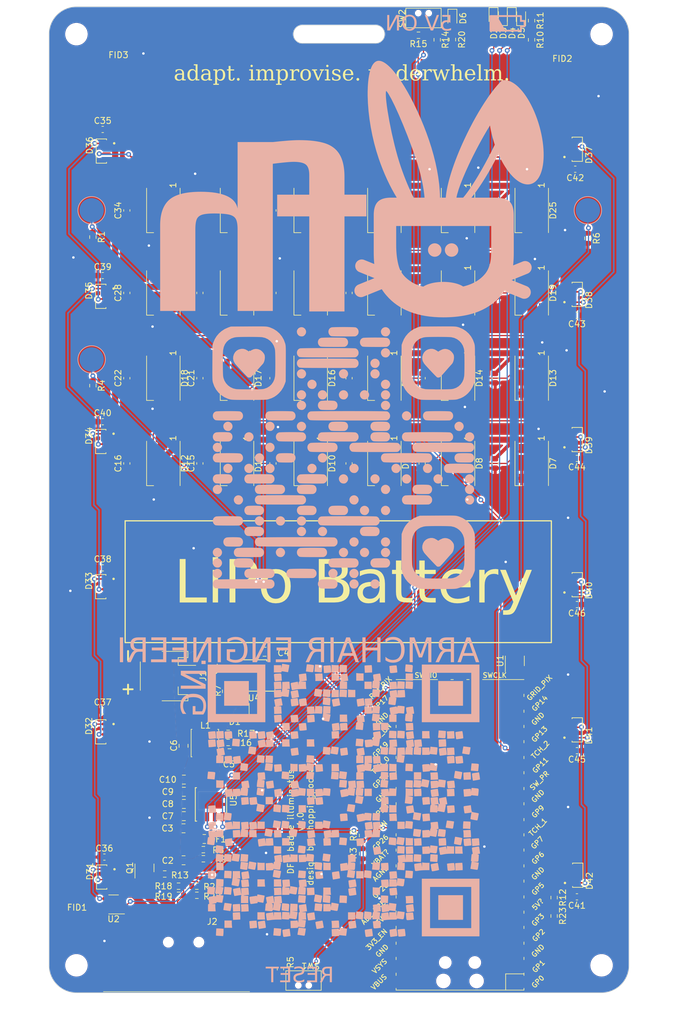
<source format=kicad_pcb>
(kicad_pcb (version 20221018) (generator pcbnew)
  (layers (0 "F.Cu" signal) (31 "B.Cu" signal) (34 "B.Paste" user) (35 "F.Paste" user) (36 "B.SilkS" user "B.Silkscreen") (37 "F.SilkS" user "F.Silkscreen") (38 "B.Mask" user) (39 "F.Mask" user) (44 "Edge.Cuts" user))
  (net 0 "")
  (net 1 "GND")
  (net 2 "+5V")
  (net 3 "+BATT")
  (net 4 "-BATT")
  (net 5 "Net-(D1-K)")
  (net 6 "/grid_pixels_in")
  (net 7 "Net-(D7-DOUT)")
  (net 8 "Net-(D8-DOUT)")
  (net 9 "Net-(D10-DIN)")
  (net 10 "Net-(D10-DOUT)")
  (net 11 "/Pixels/DOUT")
  (net 12 "/rim_pixels_in")
  (net 13 "Net-(D13-DOUT)")
  (net 14 "Net-(D14-DOUT)")
  (net 15 "Net-(D15-DOUT)")
  (net 16 "Net-(D16-DOUT)")
  (net 17 "Net-(D17-DOUT)")
  (net 18 "/Pixels1/DOUT")
  (net 19 "Net-(D19-DOUT)")
  (net 20 "Net-(D20-DOUT)")
  (net 21 "Net-(D21-DOUT)")
  (net 22 "Net-(D22-DOUT)")
  (net 23 "Net-(D23-DOUT)")
  (net 24 "/Pixels2/DOUT")
  (net 25 "Net-(D25-DOUT)")
  (net 26 "Net-(D26-DOUT)")
  (net 27 "Net-(D27-DOUT)")
  (net 28 "Net-(D28-DOUT)")
  (net 29 "Net-(D29-DOUT)")
  (net 30 "/Pixels3/DOUT")
  (net 31 "Net-(D31-DOUT)")
  (net 32 "Net-(D32-DOUT)")
  (net 33 "Net-(D33-DOUT)")
  (net 34 "Net-(D34-DOUT)")
  (net 35 "/RimPixels/DOUT")
  (net 36 "Net-(D37-DOUT)")
  (net 37 "Net-(D38-DOUT)")
  (net 38 "Net-(D39-DOUT)")
  (net 39 "Net-(D40-DOUT)")
  (net 40 "/RimPixels1/DOUT")
  (net 41 "VBUS")
  (net 42 "Net-(Q1-B)")
  (net 43 "Net-(Q1-E)")
  (net 44 "/Power/USB_D+")
  (net 45 "/Power/USB_D-")
  (net 46 "/sw_press")
  (net 47 "/RESET")
  (net 48 "/grid_pixels_sig")
  (net 49 "/rim_pixels_sig")
  (net 67 "/touch0")
  (net 68 "/touch1")
  (net 69 "/touch2")
  (net 70 "/led_on")
  (net 78 "/sense_vbat")
  (net 81 "/Power/sw")
  (net 82 "Net-(U4-VDD)")
  (net 83 "Net-(C2-Pad1)")
  (net 84 "Net-(U5-VIN)")
  (net 85 "Net-(U5-BAT)")
  (net 86 "Net-(D2-K)")
  (net 87 "Net-(D2-A)")
  (net 88 "Net-(D4-A)")
  (net 89 "Net-(D6-A)")
  (net 90 "Net-(D11-DOUT)")
  (net 91 "Net-(D35-DOUT)")
  (net 92 "Net-(D41-DOUT)")
  (net 93 "Net-(R5-Pad2)")
  (net 94 "Net-(R8-Pad1)")
  (net 95 "Net-(R10-Pad1)")
  (net 96 "Net-(U5-LED3)")
  (net 97 "Net-(R14-Pad2)")
  (net 99 "/sense_5V")
  (footprint "Capacitor_SMD:C_0603_1608Metric" (layer "F.Cu") (at 41.275 80.575 90)
    (fp_text reference "C22")
    (fp_text value "100nF")
  )
  (footprint "Capacitor_SMD:C_0603_1608Metric" (layer "F.Cu") (at 115.200001 141.7525 180)
    (fp_text reference "C45")
    (fp_text value "100nF")
  )
  (footprint "LED_SMD:LED_WS2812B_PLCC4_5.0x5.0mm_P3.2mm" (layer "F.Cu") (at 95.675 53.025 -90)
    (fp_text reference "D26")
    (fp_text value "WS2812B")
  )
  (footprint "Package_TO_SOT_SMD:SOT-23-5" (layer "F.Cu") (at 39.1 167 180)
    (fp_text reference "U2")
    (fp_text value "74LVC1G17")
  )
  (footprint "MountingHole:MountingHole_3.2mm_M3_DIN965" (layer "F.Cu") (at 33 24.075)
    (fp_text reference "REF**" hide)
    (fp_text value "MountingHole_3.2mm_M3_DIN965")
  )
  (footprint "Resistor_SMD:R_0603_1608Metric" (layer "F.Cu") (at 111.45 168.9 -90)
    (fp_text reference "R23")
    (fp_text value "51k")
  )
  (footprint "Capacitor_SMD:C_0603_1608Metric" (layer "F.Cu") (at 37.315 87.725)
    (fp_text reference "C40")
    (fp_text value "100nF")
  )
  (footprint "Resistor_SMD:R_0603_1608Metric" (layer "F.Cu") (at 53.845 159.5)
    (fp_text reference "R9")
    (fp_text value "1R")
  )
  (footprint "Capacitor_SMD:C_0805_2012Metric" (layer "F.Cu") (at 58.14 142.17)
    (fp_text reference "C5")
    (fp_text value "22u")
  )
  (footprint "Resistor_SMD:R_0603_1608Metric" (layer "F.Cu") (at 57.91 140.4 180)
    (fp_text reference "R16")
    (fp_text value "1R")
  )
  (footprint "footprints:LED_WS2812B-4020" (layer "F.Cu") (at 37 114.81 90)
    (fp_text reference "D33")
    (fp_text value "WS2812B")
  )
  (footprint "Capacitor_SMD:C_0603_1608Metric" (layer "F.Cu") (at 89.775 94.575 90)
    (fp_text reference "C12" hide)
    (fp_text value "100nF" hide)
  )
  (footprint "Capacitor_SMD:C_0603_1608Metric" (layer "F.Cu") (at 101.775 53.025 90)
    (fp_text reference "C29" hide)
    (fp_text value "100nF" hide)
  )
  (footprint "Capacitor_SMD:C_0805_2012Metric" (layer "F.Cu") (at 50.645 146.5 180)
    (fp_text reference "C10")
    (fp_text value "22u")
  )
  (footprint "Button_Switch_SMD:ShouHan_TS24CA" (layer "F.Cu") (at 90 20.625)
    (fp_text reference "SW2")
    (fp_text value "SW_Push")
  )
  (footprint "footprints:LED_WS2812B-4020" (layer "F.Cu") (at 115.25 90.655 -90)
    (fp_text reference "D39")
    (fp_text value "WS2812B")
  )
  (footprint "LED_SMD:LED_WS2812B_PLCC4_5.0x5.0mm_P3.2mm" (layer "F.Cu") (at 107.775 80.575 -90)
    (fp_text reference "D13")
    (fp_text value "WS2812B")
  )
  (footprint "footprints:LED_WS2812B-4020" (layer "F.Cu") (at 37.1 43.275 90)
    (fp_text reference "D36")
    (fp_text value "WS2812B")
  )
  (footprint "footprints:LED_WS2812B-4020" (layer "F.Cu") (at 115.3375 162.2 -90)
    (fp_text reference "D42")
    (fp_text value "WS2812B")
  )
  (footprint "Capacitor_SMD:C_0603_1608Metric" (layer "F.Cu") (at 65.275 53.025 90)
    (fp_text reference "C32" hide)
    (fp_text value "100nF" hide)
  )
  (footprint "Capacitor_SMD:C_0805_2012Metric" (layer "F.Cu") (at 57.35 128.345 90)
    (fp_text reference "C1")
    (fp_text value "4.7u")
  )
  (footprint "LED_SMD:LED_WS2812B_PLCC4_5.0x5.0mm_P3.2mm" (layer "F.Cu") (at 95.675 94.575 -90)
    (fp_text reference "D8")
    (fp_text value "WS2812B")
  )
  (footprint "Fiducial:Fiducial_1mm_Mask2mm" (layer "F.Cu") (at 33.1 169.5)
    (fp_text reference "FID1")
    (fp_text value "Fiducial_1mm_Mask2mm")
  )
  (footprint "Resistor_SMD:R_0603_1608Metric" (layer "F.Cu") (at 117 57.6 -90)
    (fp_text reference "R6")
    (fp_text value "1M")
  )
  (footprint "footprints:LED_WS2812B-4020" (layer "F.Cu") (at 115.25 114.495 -90)
    (fp_text reference "D40")
    (fp_text value "WS2812B")
  )
  (footprint "Connector_USB:USB_A_Jing_904-131A2032S10100" (layer "F.Cu") (at 50.6 173.2)
    (fp_text reference "J2")
    (fp_text value "USB_A")
  )
  (footprint "LED_SMD:LED_WS2812B_PLCC4_5.0x5.0mm_P3.2mm" (layer "F.Cu") (at 95.675 80.575 -90)
    (fp_text reference "D14")
    (fp_text value "WS2812B")
  )
  (footprint "LED_SMD:LED_WS2812B_PLCC4_5.0x5.0mm_P3.2mm" (layer "F.Cu") (at 47.275 66.575 -90)
    (fp_text reference "D24")
    (fp_text value "WS2812B")
  )
  (footprint "Resistor_SMD:R_0603_1608Metric" (layer "F.Cu") (at 57.91 138.9 180)
    (fp_text reference "R17")
    (fp_text value "1R")
  )
  (footprint "Fiducial:Fiducial_1mm_Mask2mm" (layer "F.Cu") (at 112.8 30.1)
    (fp_text reference "FID2")
    (fp_text value "Fiducial_1mm_Mask2mm")
  )
  (footprint "Capacitor_SMD:C_0603_1608Metric" (layer "F.Cu") (at 65.275 66.575 90)
    (fp_text reference "C26" hide)
    (fp_text value "100nF" hide)
  )
  (footprint "Capacitor_SMD:C_0603_1608Metric" (layer "F.Cu") (at 41.275 94.575 90)
    (fp_text reference "C16")
    (fp_text value "100nF")
  )
  (footprint "LED_SMD:LED_WS2812B_PLCC4_5.0x5.0mm_P3.2mm" (layer "F.Cu") (at 71.475 53.025 -90)
    (fp_text reference "D28")
    (fp_text value "WS2812B")
  )
  (footprint "Capacitor_SMD:C_0603_1608Metric" (layer "F.Cu") (at 37.314999 39.725)
    (fp_text reference "C35")
    (fp_text value "100nF")
  )
  (footprint "footprints:LED_WS2812B-4020" (layer "F.Cu") (at 115.25 138.335 -90)
    (fp_text reference "D41")
    (fp_text value "WS2812B")
  )
  (footprint "Capacitor_SMD:C_0603_1608Metric" (layer "F.Cu") (at 53.275 53.025 90)
    (fp_text reference "C33")
    (fp_text value "100nF")
  )
  (footprint "Package_TO_SOT_SMD:SOT-23-5" (layer "F.Cu") (at 105 127 90)
    (fp_text reference "U1")
    (fp_text value "74LVC1G17")
  )
  (footprint "LED_SMD:LED_WS2812B_PLCC4_5.0x5.0mm_P3.2mm" (layer "F.Cu") (at 59.375 53.025 -90)
    (fp_text reference "D29")
    (fp_text value "WS2812B")
  )
  (footprint "MountingHole:MountingHole_3.2mm_M3_DIN965" (layer "F.Cu") (at 119.25 177)
    (fp_text reference "REF**" hide)
    (fp_text value "MountingHole_3.2mm_M3_DIN965")
  )
  (footprint "footprints:LED_WS2812B-4020" (layer "F.Cu") (at 115.25 66.815 -90)
    (fp_text reference "D38")
    (fp_text value "WS2812B")
  )
  (footprint "Capacitor_SMD:C_0603_1608Metric" (layer "F.Cu") (at 101.775 94.575 90)
    (fp_text reference "C11" hide)
    (fp_text value "100nF" hide)
  )
  (footprint "LED_SMD:LED_WS2812B_PLCC4_5.0x5.0mm_P3.2mm" (layer "F.Cu") (at 107.775 53.025 -90)
    (fp_text reference "D25")
    (fp_text value "WS2812B")
  )
  (footprint "Capacitor_SMD:C_0603_1608Metric" (layer "F.Cu") (at 89.775 80.575 90)
    (fp_text reference "C18" hide)
    (fp_text value "100nF" hide)
  )
  (footprint "Capacitor_SMD:C_0603_1608Metric" (layer "F.Cu") (at 77.775 66.575 90)
    (fp_text reference "C25" hide)
    (fp_text value "100nF" hide)
  )
  (footprint "Connector_JST:JST_PH_S2B-PH-SM4-TB_1x02-1MP_P2.00mm_Horizontal" (layer "F.Cu") (at 48 129.5 -90)
    (fp_text reference "J1")
    (fp_text value "Conn_01x02")
  )
  (footprint "footprints:LED_WS2812B-4020" (layer "F.Cu") (at 37 67.13 90)
    (fp_text reference "D35")
    (fp_text value "WS2812B")
  )
  (footprint "Capacitor_SMD:C_0603_1608Metric" (layer "F.Cu") (at 101.775 80.575 90)
    (fp_text reference "C17" hide)
    (fp_text value "100nF" hide)
  )
  (footprint "Resistor_SMD:R_0603_1608Metric" (layer "F.Cu") (at 57.5 132 -90)
    (fp_text reference "R7")
    (fp_text value "100R")
  )
  (footprint "Resistor_SMD:R_0603_1608Metric" (layer "F.Cu") (at 92.25 25 -90)
    (fp_text reference "R14")
    (fp_text value "1k")
  )
  (footprint "Capacitor_SMD:C_0603_1608Metric" (layer "F.Cu") (at 53.275 94.575 90)
    (fp_text reference "C15")
    (fp_text value "100nF")
  )
  (footprint "Capacitor_SMD:C_0603_1608Metric" (layer "F.Cu") (at 37.59 159.225)
    (fp_text reference "C36")
    (fp_text value "100nF")
  )
  (footprint "Package_SO:Diodes_PSOP-8" (layer "F.Cu") (at 62.175 129.4 180)
    (fp_text reference "U4")
    (fp_text value "IP3005A")
  )
  (footprint "Capacitor_SMD:C_0603_1608Metric" (layer "F.Cu") (at 101.775 66.575 90)
    (fp_text reference "C23" hide)
    (fp_text value "100nF" hide)
  )
  (footprint "Capacitor_SMD:C_0603_1608Metric" (layer "F.Cu") (at 89.775 66.575 90)
    (fp_text reference "C24" hide)
    (fp_text value "100nF" hide)
  )
  (footprint "Capacitor_SMD:C_0603_1608Metric" (layer "F.Cu") (at 37.315 63.725)
    (fp_text reference "C39")
    (fp_text value "100nF")
  )
  (footprint "LED_SMD:LED_WS2812B_PLCC4_5.0x5.0mm_P3.2mm" (layer "F.Cu") (at 71.475 94.575 -90)
    (fp_text reference "D10")
    (fp_text value "WS2812B")
  )
  (footprint "Capacitor_SMD:C_0603_1608Metric" (layer "F.Cu") (at 41.275 53.025 90)
    (fp_text reference "C34")
    (fp_text value "100nF")
  )
  (footprint "LED_SMD:LED_WS2812B_PLCC4_5.0x5.0mm_P3.2mm" (layer "F.Cu") (at 95.675 66.575 -90)
    (fp_text reference "D20")
    (fp_text value "WS2812B")
  )
  (footprint "Capacitor_SMD:C_0805_2012Metric" (layer "F.Cu") (at 63.9 125.5 180)
    (fp_text reference "C4")
    (fp_text value "2.2u")
  )
  (footprint "Resistor_SMD:R_0603_1608Metric" (layer "F.Cu") (at 107.75 21.85 -90)
    (fp_text reference "R11")
    (fp_text value "1k")
  )
  (footprint "LED_SMD:LED_WS2812B_PLCC4_5.0x5.0mm_P3.2mm" (layer "F.Cu") (at 59.375 66.575 -90)
    (fp_text reference "D23")
    (fp_text value "WS2812B")
  )
  (footprint "Diode_SMD:D_SOD-123" (layer "F.Cu") (at 59 135 180)
    (fp_text reference "D1")
    (fp_text value "D_Schottky")
  )
  (footprint "Capacitor_SMD:C_0805_2012Metric" (layer "F.Cu") (at 50.595 154.5 180)
    (fp_text reference "C3")
    (fp_text value "10u")
  )
  (footprint "Resistor_SMD:R_0603_1608Metric" (layer "F.Cu") (at 49.775 164)
    (fp_text reference "R18")
    (fp_text value "43k")
  )
  (footprint "MountingHole:MountingHole_3.2mm_M3_DIN965" (layer "F.Cu") (at 33 177)
    (fp_text reference "REF**" hide)
    (fp_text value "MountingHole_3.2mm_M3_DIN965")
  )
  (footprint "LED_SMD:LED_WS2812B_PLCC4_5.0x5.0mm_P3.2mm" (layer "F.Cu") (at 83.575 66.575 -90)
    (fp_text reference "D21")
    (fp_text value "WS2812B")
  )
  (footprint "Capacitor_SMD:C_0603_1608Metric" (layer "F.Cu") (at 53.275 66.575 90)
    (fp_text reference "C27")
    (fp_text value "100nF")
  )
  (footprint "LED_SMD:LED_WS2812B_PLCC4_5.0x5.0mm_P3.2mm" (layer "F.Cu") (at 83.575 80.575 -90)
    (fp_text reference "D15")
    (fp_text value "WS2812B")
  )
  (footprint "Resistor_SMD:R_0603_1608Metric" (layer "F.Cu") (at 66.505 177.55 -90)
    (fp_text reference "R5")
    (fp_text value "1k")
  )
  (footprint "Capacitor_SMD:C_0603_1608Metric" (layer "F.Cu") (at 41.275 66.575 90)
    (fp_text reference "C28")
    (fp_text value "100nF")
  )
  (footprint "footprints:LED_WS2812B-4020" (layer "F.Cu") (at 37 90.97 90)
    (fp_text reference "D34")
    (fp_text value "WS2812B")
  )
  (footprint "Resistor_SMD:R_0603_1608Metric" (layer "F.Cu") (at 52.775 165.5)
    (fp_text reference "R22")
    (fp_text value "51k")
  )
  (footprint "Inductor_SMD:L_Sunlord_SWPA4020S" (layer "F.Cu") (at 54.095 140.5 90)
    (fp_text reference "L1")
    (fp_text value "1uH")
  )
  (footprint "Capacitor_SMD:C_0805_2012Metric" (layer "F.Cu") (at 50.595 140.95 -90)
    (fp_text reference "C6")
    (fp_text value "22u")
  )
  (footprint "Resistor_SMD:R_0603_1608Metric" (layer "F.Cu") (at 52.775 164 180)
    (fp_text reference "R21")
    (fp_text value "75k")
  )
  (footprint "Resistor_SMD:R_0805_2012Metric" (layer "F.Cu") (at 54 156.25 180)
    (fp_text reference "F1")
    (fp_text value "2A")
  )
  (footprint "footprints:RPi_Pico_SMD_TH" (layer "F.Cu") (at 96 155.57 180)
    (fp_text reference "U3" hide)
    (fp_text value "Pico" hide)
  )
  (footprint "Resistor_SMD:R_0603_1608Metric" (layer "F.Cu") (at 79.99 155.68 -90)
    (fp_text reference "R2")
    (fp_text value "10k")
  )
  (footprint "LED_SMD:LED_WS2812B_PLCC4_5.0x5.0mm_P3.2mm" (layer "F.Cu") (at 83.575 53.025 -90)
    (fp_text reference "D27")
    (fp_text value "WS2812B")
  )
  (footprint "Capacitor_SMD:C_0603_1608Metric" (layer "F.Cu") (at 77.775 53.025 90)
    (fp_text reference "C31" hide)
    (fp_text value "100nF" hide)
  )
  (footprint "footprints:LED_WS2812B-4020" (layer "F.Cu") (at 115.25 42.975 -90)
    (fp_text reference "D37")
    (fp_text value "WS2812B")
  )
  (footprint "LED_SMD:LED_0603_1608Metric" (layer "F.Cu") (at 103.04 21.175 90)
    (fp_text reference "D3")
    (fp_text value "LED")
  )
  (footprint "Capacitor_SMD:C_0603_1608Metric" (layer "F.Cu") (at 115.200001 93.7525 180)
    (fp_text reference "C44")
    (fp_text value "100nF")
  )
  (footprint "LED_SMD:LED_0603_1608Metric" (layer "F.Cu") (at 106.04 21.1875 90)
    (fp_text reference "D5")
    (fp_text value "LED")
  )
  (footprint "Capacitor_SMD:C_0603_1608Metric" (layer "F.Cu") (at 77.775 94.575 90)
    (fp_text reference "C13" hide)
    (fp_text value "100nF" hide)
  )
  (footprint "LED_SMD:LED_0603_1608Metric" (layer "F.Cu") (at 104.5 21.2 -90)
    (fp_text reference "D4")
    (fp_text value "LED")
  )
  (footprint "Fiducial:Fiducial_1mm_Mask2mm" (layer "F.Cu") (at 39.9 29.5)
    (fp_text reference "FID3")
    (fp_text value "Fiducial_1mm_Mask2mm")
  )
  (footprint "Capacitor_SMD:C_0603_1608Metric" (layer "F.Cu") (at 115.200001 70.2525 180)
    (fp_text reference "C43")
    (fp_text value "100nF")
  )
  (footprint "Package_SO:Diodes_PSOP-8" (layer "F.Cu") (at 55.1 149.9 90)
    (fp_text reference "U5")
    (fp_text value "IP5306")
  )
  (footprint "Resistor_SMD:R_0603_1608Metric" (layer "F.Cu") (at 47.5 162 180)
    (fp_text reference "R13")
    (fp_text value "100k")
  )
  (footprint "LED_SMD:LED_WS2812B_PLCC4_5.0x5.0mm_P3.2mm" (layer "F.Cu") (at 47.275 94.575 -90)
    (fp_text reference "D12")
    (fp_text value "WS2812B")
  )
  (footprint "Resistor_SMD:R_0603_1608Metric" (layer "F.Cu") (at 89.175 24.25 180)
    (fp_text reference "R15")
    (fp_text value "10k")
  )
  (footprint "Capacitor_SMD:C_0603_1608Metric" (layer "F.Cu") (at 37.315 111.725)
    (fp_text reference "C38")
    (fp_text value "100nF")
  )
  (footprint "MountingHole:MountingHole_3.2mm_M3_DIN965" (layer "F.Cu") (at 119.25 24.075)
    (fp_text reference "REF**" hide)
    (fp_text value "MountingHole_3.2mm_M3_DIN965")
  )
  (footprint "Capacitor_SMD:C_0805_2012Metric" (layer "F.Cu") (at 50.645 148.5 180)
    (fp_text reference "C9")
    (fp_text value "22u")
  )
  (footprint "Capacitor_SMD:C_0603_1608Metric" (layer "F.Cu") (at 115.200001 117.7525 180)
    (fp_text reference "C46")
    (fp_text value "100nF")
  )
  (footprint "Capacitor_SMD:C_0603_1608Metric" (layer "F.Cu") (at 65.275 94.575 90)
    (fp_text reference "C14" hide)
    (fp_text value "100nF" hide)
  )
  (footprint "LED_SMD:LED_0603_1608Metric" (layer "F.Cu") (at 101.5 21.2 -90)
    (fp_text reference "D2")
    (fp_text value "LED")
  )
  (footprint "Capacitor_SMD:C_0603_1608Metric" (layer "F.Cu") (at 37.315 135.225)
    (fp_text reference "C37")
    (fp_text value "100nF")
  )
  (footprint "Resistor_SMD:R_0603_1608Metric" (layer "F.Cu") (at 35.7 81.8 -90)
    (fp_text reference "R4")
    (fp_text value "1M")
  )
  (footprint "LED_SMD:LED_WS2812B_PLCC4_5.0x5.0mm_P3.2mm" (layer "F.Cu") (at 71.475 66.575 -90)
    (fp_text reference "D22")
    (fp_text value "WS2812B")
  )
  (footprint "Capacitor_SMD:C_0603_1608Metric" (layer "F.Cu") (at 65.275 80.575 90)
    (fp_text reference "C20" hide)
    (fp_text value "100nF" hide)
  )
  (footprint "Resistor_SMD:R_0603_1608Metric" (layer "F.Cu") (at 80 158.675 -90)
    (fp_text reference "R3")
    (fp_text value "10k")
  )
  (footprint "Capacitor_SMD:C_0603_1608Metric" (layer "F.Cu") (at 53.275 80.575 90)
    (fp_text reference "C21")
    (fp_text value "100nF")
  )
  (footprint "Resistor_SMD:R_0603_1608Metric" (layer "F.Cu") (at 49.775 165.5 180)
    (fp_text reference "R19")
    (fp_text value "51k")
  )
  (footprint "Package_TO_SOT_SMD:SOT-23" (layer "F.Cu") (at 44.175 161 90)
    (fp_text reference "Q1")
    (fp_text value "MMBT5401")
  )
  (footprint "Button_Switch_SMD:ShouHan_TS24CA" (layer "F.Cu") (at 70.3 180.3 180)
    (fp_text reference "SW1")
    (fp_text value "SW_Push")
  )
  (footprint "LED_SMD:LED_WS2812B_PLCC4_5.0x5.0mm_P3.2mm" (layer "F.Cu") (at 107.775 94.575 -90)
    (fp_text reference "D7")
    (fp_text value "WS2812B")
  )
  (footprint "LED_SMD:LED_WS2812B_PLCC4_5.0x5.0mm_P3.2mm" (layer "F.Cu") (at 59.375 80.575 -90)
    (fp_text reference "D17")
    (fp_text value "WS2812B")
  )
  (footprint "Capacitor_SMD:C_0603_1608Metric" (layer "F.Cu") (at 114.925001 46.2525 180)
    (fp_text reference "C42")
    (fp_text value "100nF")
  )
  (footprint "Capacitor_SMD:C_0603_1608Metric" (layer "F.Cu") (at 89.775 53.025 90)
    (fp_text reference "C30" hide)
    (fp_text value "100nF" hide)
  )
  (footprint "footprints:LED_WS2812B-4020" (layer "F.Cu") (at 37 138.65 90)
    (fp_text reference "D32")
    (fp_text value "WS2812B")
  )
  (footprint "LED_SMD:LED_0603_1608Metric" (layer "F.Cu") (at 94.75 21.4625 -90)
    (fp_text reference "D6")
    (fp_text value "LED")
  )
  (footprint "Capacitor_SMD:C_0603_1608Metric" (layer "F.Cu") (at 77.775 80.575 90)
    (fp_text reference "C19" hide)
    (fp_text value "100nF" hide)
  )
  (footprint "Resistor_SMD:R_0603_1608Metric" (layer "F.Cu") (at 107.75 25 -90)
    (fp_text reference "R10")
    (fp_text value "1k")
  )
  (footprint "LED_SMD:LED_WS2812B_PLCC4_5.0x5.0mm_P3.2mm" (layer "F.Cu") (at 71.475 80.575 -90)
    (fp_text reference "D16")
    (fp_text value "WS2812B")
  )
  (footprint "footprints:LED_WS2812B-4020" (layer "F.Cu") (at 37.15 162.5 90)
    (fp_text reference "D31")
    (fp_text value "WS2812B")
  )
  (footprint "Resistor_SMD:R_0603_1608Metric" (layer "F.Cu") (at 53.845 158 180)
    (fp_text reference "R8")
    (fp_text value "1R")
  )
  (footprint "Capacitor_SMD:C_0805_2012Metric" (layer "F.Cu") (at 50.645 152.5 180)
    (fp_text reference "C7")
    (fp_text value "22u")
  )
  (footprint "Capacitor_SMD:C_0805_2012Metric" (layer "F.Cu") (at 50.645 150.5 180)
    (fp_text reference "C8")
    (fp_text value "22u")
  )
  (footprint "LED_SMD:LED_WS2812B_PLCC4_5.0x5.0mm_P3.2mm" (layer "F.Cu") (at 47.275 80.575 -90)
    (fp_text reference "D18")
    (fp_text value "WS2812B")
  )
  (footprint "LED_SMD:LED_WS2812B_PLCC4_5.0x5.0mm_P3.2mm" (layer "F.Cu") (at 83.575 94.575 -90)
    (fp_text reference "D9")
    (fp_text value "WS2812B")
  )
  (footprint "Capacitor_SMD:C_0805_2012Metric" (layer "F.Cu") (at 50.595 159.75 180)
    (fp_text reference "C2")
    (fp_text value "10u")
  )
  (footprint "LED_SMD:LED_WS2812B_PLCC4_5.0x5.0mm_P3.2mm" (layer "F.Cu") (at 107.775 66.575 -90)
    (fp_text reference "D19")
    (fp_text value "WS2812B")
  )
  (footprint "LED_SMD:LED_WS2812B_PLCC4_5.0x5.0mm_P3.2mm" (layer "F.Cu") (at 59.375 94.575 -90)
    (fp_text reference "D11")
    (fp_text value "WS2812B")
  )
  (footprint "Resistor_SMD:R_0603_1608Metric" (layer "F.Cu") (at 94.75 24.9625 90)
    (fp_text reference "R20")
    (fp_text value "1k")
  )
  (footprint "LED_SMD:LED_WS2812B_PLCC4_5.0x5.0mm_P3.2mm" (layer "F.Cu") (at 47.275 53.025 -90)
    (fp_text reference "D30")
    (fp_text value "WS2812B")
  )
  (footprint "Resistor_SMD:R_0603_1608Metric" (layer "F.Cu") (at 111.45 165.875 -90)
    (fp_text reference "R12")
    (fp_text value "43k")
  )
  (footprint "Capacitor_SMD:C_0603_1608Metric" (layer "F.Cu") (at 115.200002 165.7525 180)
    (fp_text reference "C41")
    (fp_text value "100nF")
  )
  (footprint "Resistor_SMD:R_0603_1608Metric" (layer "F.Cu") (at 35.7 57.4 -90)
    (fp_text reference "R1")
    (fp_text value "1M")
  )
  (footprint "TestPoint:TestPoint_Pad_D4.0mm" (layer "B.Cu") (at 35.5 77.5 180)
    (fp_text reference "TP2" hide)
    (fp_text value "TestPoint")
  )
  (footprint "TestPoint:TestPoint_Pad_D4.0mm" (layer "B.Cu") (at 35.5 53 180)
    (fp_text reference "TP1" hide)
    (fp_text value "TestPoint")
  )
  (footprint "footprints:dfh_qr" (layer "B.Cu") (at 76.887399 93.637035 180)
    (fp_text reference "G***" hide)
    (fp_text value "LOGO" hide)
  )
  (footprint "TestPoint:TestPoint_Pad_D4.0mm" (layer "B.Cu") (at 117 53 180)
    (fp_text reference "TP3" hide)
    (fp_text value "TestPoint")
  )
  (footprint "footprints:armchair_qr" (layer "B.Cu") (at 76.9 149.9 180)
    (fp_text reference "G***" hide)
    (fp_text value "LOGO" hide)
  )
  (gr_poly (pts (xy 82.633041 28.447099) (xy 82.606239 28.448276) (xy 82.579607 28.450129) (xy 82.553147 28.452661) (xy 82.526861 28.455876) (xy 82.500751 28.459776) (xy 82.474817 28.464365) (xy 82.449063 28.469646) (xy 82.423489 28.475622) (xy 82.398097 28.482296) (xy 82.37289 28.489672) (xy 82.347867 28.497752) (xy 82.217048 28.552719) (xy 82.09382 28.625203) (xy 81.977962 28.714241) (xy 81.869253 28.818873) (xy 81.767472 28.938137) (xy 81.672397 29.07107) (xy 81.583807 29.216712) (xy 81.501481 29.374101) (xy 81.354732 29.720273) (xy 81.230381 30.101895) (xy 81.126657 30.511272) (xy 81.041787 30.940714) (xy 80.974002 31.382527) (xy 80.92153 31.829019) (xy 80.8826 32.272497) (xy 80.855441 32.705269) (xy 80.829352 33.507923) (xy 80.829095 34.175441) (xy 80.874523 35.433404) (xy 80.975749 36.723242) (xy 81.130793 38.033628) (xy 81.337676 39.353233) (xy 81.594415 40.670731) (xy 81.899032 41.974791) (xy 82.249545 43.254087) (xy 82.643974 44.49729) (xy 82.970127 45.415218) (xy 83.312426 46.302867) (xy 83.669126 47.159003) (xy 84.038484 47.98239) (xy 84.418755 48.771796) (xy 84.808197 49.525984) (xy 85.205066 50.243721) (xy 85.607618 50.923772) (xy 84.681575 50.923772) (xy 84.49678 50.92641) (xy 84.318437 50.934323) (xy 84.14655 50.94751) (xy 83.981123 50.965972) (xy 83.82216 50.989707) (xy 83.669665 51.018715) (xy 83.523641 51.052995) (xy 83.384094 51.092547) (xy 83.251028 51.13737) (xy 83.124445 51.187463) (xy 83.004351 51.242826) (xy 82.890749 51.303458) (xy 82.783643 51.369359) (xy 82.683038 51.440527) (xy 82.588938 51.516963) (xy 82.501346 51.598666) (xy 82.419643 51.686252) (xy 82.343208 51.780336) (xy 82.272039 51.880915) (xy 82.206139 51.987987) (xy 82.145507 52.10155) (xy 82.090144 52.221601) (xy 82.040052 52.348136) (xy 81.995229 52.481155) (xy 81.955678 52.620654) (xy 81.921398 52.766631) (xy 81.89239 52.919082) (xy 81.868655 53.078007) (xy 81.850194 53.243401) (xy 81.837006 53.415263) (xy 81.829093 53.593589) (xy 81.826455 53.778378) (xy 81.826455 59.850875) (xy 81.82782 60.111692) (xy 81.831915 60.36831) (xy 81.838739 60.620763) (xy 81.848292 60.869088) (xy 81.860574 61.113319) (xy 81.875583 61.353494) (xy 81.893321 61.589647) (xy 81.913785 61.821814) (xy 80.260141 61.152606) (xy 80.208585 61.133423) (xy 80.156669 61.117027) (xy 80.104479 61.103381) (xy 80.052102 61.092452) (xy 79.999628 61.084203) (xy 79.947143 61.078598) (xy 79.894735 61.075604) (xy 79.842491 61.075183) (xy 79.7905 61.077301) (xy 79.738849 61.081923) (xy 79.687625 61.089013) (xy 79.636916 61.098535) (xy 79.58681 61.110454) (xy 79.537395 61.124736) (xy 79.488758 61.141343) (xy 79.440987 61.160242) (xy 79.394169 61.181397) (xy 79.348392 61.204772) (xy 79.303744 61.230332) (xy 79.260312 61.258041) (xy 79.218185 61.287864) (xy 79.177449 61.319766) (xy 79.138192 61.353712) (xy 79.100502 61.389665) (xy 79.064467 61.427591) (xy 79.030174 61.467455) (xy 78.997711 61.50922) (xy 78.967165 61.552851) (xy 78.938625 61.598314) (xy 78.912177 61.645572) (xy 78.88791 61.69459) (xy 78.865911 61.745333) (xy 78.846495 61.796889) (xy 78.829895 61.848805) (xy 78.816075 61.900995) (xy 78.804997 61.953371) (xy 78.796624 62.005846) (xy 78.790921 62.058331) (xy 78.787849 62.110739) (xy 78.787372 62.162982) (xy 78.789453 62.214974) (xy 78.794056 62.266625) (xy 78.801143 62.317849) (xy 78.810677 62.368557) (xy 78.822623 62.418663) (xy 78.836943 62.468078) (xy 78.853599 62.516715) (xy 78.872556 62.564487) (xy 78.893776 62.611305) (xy 78.917223 62.657082) (xy 78.94286 62.70173) (xy 78.97065 62.745162) (xy 79.000555 62.787289) (xy 79.03254 62.828025) (xy 79.066567 62.867282) (xy 79.1026 62.904972) (xy 79.140601 62.941007) (xy 79.180534 62.9753) (xy 79.222362 63.007764) (xy 79.266049 63.038309) (xy 79.311556 63.06685) (xy 79.358848 63.093297) (xy 79.407888 63.117564) (xy 79.458639 63.139563) (xy 81.937038 64.142604) (xy 79.320663 65.200934) (xy 79.270154 65.222934) (xy 79.221343 65.247201) (xy 79.174267 65.273649) (xy 79.128963 65.30219) (xy 79.085466 65.332735) (xy 79.043815 65.365199) (xy 79.004044 65.399492) (xy 78.966192 65.435527) (xy 78.930295 65.473217) (xy 78.896388 65.512474) (xy 78.86451 65.55321) (xy 78.834697 65.595338) (xy 78.806984 65.63877) (xy 78.78141 65.683418) (xy 78.75801 65.729195) (xy 78.736822 65.776013) (xy 78.717882 65.823784) (xy 78.701226 65.872421) (xy 78.686891 65.921836) (xy 78.674914 65.971942) (xy 78.665332 66.022651) (xy 78.658181 66.073875) (xy 78.653498 66.125526) (xy 78.651319 66.177517) (xy 78.651682 66.229761) (xy 78.654622 66.282169) (xy 78.660177 66.334654) (xy 78.668383 66.387129) (xy 78.679276 66.439505) (xy 78.692894 66.491696) (xy 78.709273 66.543612) (xy 78.72845 66.595168) (xy 78.762847 66.671575) (xy 78.802337 66.743947) (xy 78.846618 66.81216) (xy 78.895386 66.876093) (xy 78.948341 66.93562) (xy 79.005178 66.990619) (xy 79.065597 67.040966) (xy 79.129295 67.086538) (xy 79.195969 67.12721) (xy 79.265317 67.16286) (xy 79.337038 67.193365) (xy 79.410828 67.2186) (xy 79.486385 67.238442) (xy 79.563407 67.252768) (xy 79.641592 67.261454) (xy 79.720638 67.264376) (xy 79.720638 67.266959) (xy 79.745937 67.266652) (xy 79.771229 67.265732) (xy 79.796512 67.264197) (xy 79.821781 67.262046) (xy 79.847033 67.259279) (xy 79.872264 67.255895) (xy 79.897472 67.251892) (xy 79.922652 67.24727) (xy 79.947801 67.242028) (xy 79.972915 67.236165) (xy 79.997991 67.22968) (xy 80.023026 67.222572) (xy 80.048016 67.214841) (xy 80.072957 67.206485) (xy 80.097846 67.197503) (xy 80.12268 67.187896) (xy 83.149887 65.963164) (xy 83.23469 66.095544) (xy 83.322499 66.226893) (xy 83.413344 66.357142) (xy 83.507257 66.486222) (xy 83.604266 66.614063) (xy 83.704403 66.740596) (xy 83.807698 66.865751) (xy 83.91418 66.989459) (xy 84.311147 67.424408) (xy 84.733105 67.831324) (xy 85.180052 68.210204) (xy 85.65199 68.561043) (xy 86.148918 68.883838) (xy 86.670836 69.178584) (xy 87.217745 69.445279) (xy 87.789645 69.683916) (xy 88.386535 69.894494) (xy 89.008416 70.077007) (xy 89.655288 70.231453) (xy 90.327151 70.357826) (xy 91.024005 70.456123) (xy 91.74585 70.52634) (xy 92.492687 70.568473) (xy 93.264514 70.582518) (xy 93.776725 70.576809) (xy 94.277539 70.559726) (xy 94.766994 70.531341) (xy 95.245126 70.491723) (xy 95.711972 70.440944) (xy 96.167569 70.379072) (xy 96.611953 70.306179) (xy 97.045161 70.222335) (xy 97.46747 70.125866) (xy 97.879152 70.017076) (xy 98.280235 69.896021) (xy 98.670747 69.762755) (xy 99.050717 69.617335) (xy 99.420174 69.459817) (xy 99.779145 69.290255) (xy 100.12766 69.108706) (xy 100.298165 69.012803) (xy 100.466387 68.913604) (xy 100.632328 68.811108) (xy 100.795991 68.70531) (xy 100.957379 68.596207) (xy 101.116495 68.483796) (xy 101.273341 68.368075) (xy 101.427922 68.249039) (xy 101.580238 68.126685) (xy 101.730295 68.00101) (xy 101.878094 67.872011) (xy 102.023638 67.739685) (xy 102.16693 67.604029) (xy 102.307973 67.465038) (xy 102.44677 67.322711) (xy 102.583324 67.177043) (xy 102.677497 67.070334) (xy 102.769601 66.96242) (xy 102.859584 66.85333) (xy 102.947391 66.743095) (xy 103.032969 66.631745) (xy 103.116264 66.51931) (xy 103.197221 66.405821) (xy 103.275788 66.291308) (xy 106.152098 67.455062) (xy 106.176938 67.46467) (xy 106.201843 67.473652) (xy 106.22681 67.482008) (xy 106.251833 67.48974) (xy 106.276907 67.496848) (xy 106.302027 67.503333) (xy 106.327188 67.509196) (xy 106.352386 67.514437) (xy 106.377614 67.519059) (xy 106.402868 67.523062) (xy 106.428143 67.526446) (xy 106.453435 67.529213) (xy 106.478737 67.531363) (xy 106.504045 67.532898) (xy 106.529353 67.533819) (xy 106.554658 67.534125) (xy 106.554658 67.531543) (xy 106.594277 67.530802) (xy 106.633732 67.528591) (xy 106.672985 67.524926) (xy 106.711997 67.519825) (xy 106.750727 67.513305) (xy 106.789137 67.505381) (xy 106.827188 67.496072) (xy 106.86484 67.485394) (xy 106.902054 67.473363) (xy 106.938791 67.459998) (xy 106.975011 67.445314) (xy 107.010676 67.429328) (xy 107.045746 67.412059) (xy 107.080182 67.393521) (xy 107.113944 67.373733) (xy 107.146993 67.352711) (xy 107.179291 67.330472) (xy 107.210798 67.307033) (xy 107.241474 67.282411) (xy 107.271281 67.256622) (xy 107.300178 67.229684) (xy 107.328128 67.201613) (xy 107.35509 67.172427) (xy 107.381026 67.142142) (xy 107.405896 67.110775) (xy 107.42966 67.078344) (xy 107.452281 67.044864) (xy 107.473718 67.010353) (xy 107.493932 66.974827) (xy 107.512884 66.938304) (xy 107.530535 66.900801) (xy 107.546845 66.862334) (xy 107.566261 66.810779) (xy 107.58286 66.758862) (xy 107.596681 66.706671) (xy 107.607759 66.654295) (xy 107.616131 66.601821) (xy 107.621835 66.549335) (xy 107.624907 66.496927) (xy 107.625383 66.444684) (xy 107.623302 66.392692) (xy 107.6187 66.341041) (xy 107.611612 66.289817) (xy 107.602078 66.239109) (xy 107.590132 66.189003) (xy 107.575813 66.139588) (xy 107.559156 66.090951) (xy 107.540199 66.043179) (xy 107.518979 65.996361) (xy 107.495532 65.950585) (xy 107.469896 65.905937) (xy 107.442106 65.862505) (xy 107.4122 65.820377) (xy 107.380216 65.779641) (xy 107.346189 65.740385) (xy 107.310156 65.702695) (xy 107.272154 65.66666) (xy 107.232221 65.632367) (xy 107.190393 65.599904) (xy 107.146707 65.569358) (xy 107.101199 65.540818) (xy 107.053907 65.51437) (xy 107.004867 65.490103) (xy 106.954116 65.468104) (xy 104.471581 64.463515) (xy 107.096743 63.401564) (xy 107.147254 63.379565) (xy 107.196069 63.355298) (xy 107.243152 63.32885) (xy 107.288465 63.300309) (xy 107.331974 63.269763) (xy 107.373639 63.2373) (xy 107.413425 63.203007) (xy 107.451294 63.166971) (xy 107.487211 63.129282) (xy 107.521137 63.090025) (xy 107.553037 63.049289) (xy 107.582873 63.007161) (xy 107.610608 62.963729) (xy 107.636206 62.919081) (xy 107.659629 62.873304) (xy 107.680842 62.826486) (xy 107.699806 62.778715) (xy 107.716486 62.730078) (xy 107.730844 62.680663) (xy 107.742844 62.630557) (xy 107.752449 62.579849) (xy 107.759621 62.528625) (xy 107.764325 62.476974) (xy 107.766522 62.424983) (xy 107.766177 62.372739) (xy 107.763252 62.320331) (xy 107.757711 62.267846) (xy 107.749517 62.215372) (xy 107.738633 62.162996) (xy 107.725022 62.110806) (xy 107.708647 62.05889) (xy 107.689472 62.007335) (xy 107.667473 61.956832) (xy 107.643206 61.908038) (xy 107.616758 61.860989) (xy 107.588217 61.815721) (xy 107.557672 61.772267) (xy 107.525209 61.730665) (xy 107.490916 61.690949) (xy 107.454881 61.653154) (xy 107.417191 61.617317) (xy 107.377934 61.583472) (xy 107.337198 61.551655) (xy 107.29507 61.521901) (xy 107.251639 61.494246) (xy 107.206991 61.468725) (xy 107.161214 61.445373) (xy 107.114396 61.424226) (xy 107.066625 61.405319) (xy 107.017988 61.388687) (xy 106.968573 61.374367) (xy 106.918467 61.362393) (xy 106.867758 61.352801) (xy 106.816535 61.345626) (xy 106.764883 61.340903) (xy 106.712892 61.338668) (xy 106.660648 61.338957) (xy 106.60824 61.341804) (xy 106.555755 61.347246) (xy 106.503281 61.355317) (xy 106.450904 61.366053) (xy 106.398714 61.379489) (xy 106.346797 61.39566) (xy 106.295242 61.414603) (xy 104.721178 62.051776) (xy 104.746152 61.806409) (xy 104.767691 61.555871) (xy 104.785827 61.300196) (xy 104.800591 61.039417) (xy 104.812018 60.77357) (xy 104.82014 60.502688) (xy 104.824989 60.226807) (xy 104.826598 59.94596) (xy 104.826598 55.582921) (xy 101.125016 55.582921) (xy 101.125016 59.112418) (xy 101.121118 59.662168) (xy 101.11623 59.913326) (xy 101.109368 60.148708) (xy 101.100522 60.368338) (xy 101.08968 60.572243) (xy 101.076833 60.760448) (xy 101.06197 60.932978) (xy 101.043108 61.098428) (xy 101.018297 61.265368) (xy 100.987578 61.433798) (xy 100.95099 61.603718) (xy 100.908573 61.775126) (xy 100.860366 61.948021) (xy 100.80641 62.122403) (xy 100.746744 62.29827) (xy 100.714684 62.385828) (xy 100.681012 62.471896) (xy 100.645728 62.556478) (xy 100.608833 62.639579) (xy 100.570325 62.721204) (xy 100.530205 62.801357) (xy 100.488473 62.880044) (xy 100.445129 62.957269) (xy 100.400172 63.033037) (xy 100.353603 63.107351) (xy 100.305422 63.180219) (xy 100.255628 63.251642) (xy 100.204222 63.321628) (xy 100.151203 63.39018) (xy 100.096572 63.457303) (xy 100.040327 63.523002) (xy 99.883813 63.699615) (xy 99.718867 63.869289) (xy 99.545485 64.032024) (xy 99.363663 64.187819) (xy 99.173395 64.336672) (xy 98.974676 64.478583) (xy 98.767503 64.613551) (xy 98.55187 64.741574) (xy 98.327772 64.862652) (xy 98.095205 64.976784) (xy 97.854164 65.083968) (xy 97.604644 65.184204) (xy 97.34664 65.277491) (xy 97.080148 65.363828) (xy 96.805163 65.443213) (xy 96.521679 65.515647) (xy 96.513928 65.517196) (xy 96.374513 65.430969) (xy 96.22371 65.349246) (xy 96.062135 65.272171) (xy 95.890404 65.199888) (xy 95.709135 65.13254) (xy 95.518943 65.070271) (xy 95.320445 65.013226) (xy 95.114258 64.961547) (xy 94.900998 64.915379) (xy 94.681281 64.874866) (xy 94.455725 64.840151) (xy 94.224946 64.811378) (xy 93.989561 64.788691) (xy 93.750185 64.772235) (xy 93.507436 64.762151) (xy 93.26193 64.758586) (xy 93.011695 64.762046) (xy 92.764343 64.772273) (xy 92.520522 64.789116) (xy 92.280883 64.812418) (xy 92.046073 64.842028) (xy 91.816742 64.877789) (xy 91.593539 64.91955) (xy 91.377113 64.967155) (xy 91.168113 65.020451) (xy 90.967188 65.079283) (xy 90.774987 65.143499) (xy 90.592159 65.212944) (xy 90.419353 65.287464) (xy 90.257218 65.366905) (xy 90.106403 65.451113) (xy 89.967557 65.539935) (xy 89.964973 65.539416) (xy 89.699321 65.472925) (xy 89.44412 65.400389) (xy 89.320447 65.361825) (xy 89.199399 65.321715) (xy 89.080979 65.280047) (xy 88.96519 65.236809) (xy 88.852037 65.19199) (xy 88.741523 65.145578) (xy 88.633652 65.097562) (xy 88.528428 65.047929) (xy 88.425855 64.996668) (xy 88.325936 64.943767) (xy 88.228676 64.889215) (xy 88.134078 64.832999) (xy 87.927052 64.70265) (xy 87.729636 64.568576) (xy 87.541832 64.430773) (xy 87.363638 64.289237) (xy 87.195056 64.143964) (xy 87.036086 63.994952) (xy 86.886727 63.842195) (xy 86.746979 63.68569) (xy 86.616844 63.525434) (xy 86.49632 63.361422) (xy 86.385409 63.19365) (xy 86.284109 63.022116) (xy 86.192422 62.846814) (xy 86.110347 62.667742) (xy 86.037885 62.484895) (xy 85.975036 62.29827) (xy 85.867133 61.912317) (xy 85.773613 61.506556) (xy 85.694476 61.081015) (xy 85.629725 60.635726) (xy 85.57936 60.170716) (xy 85.543383 59.686017) (xy 85.521796 59.181657) (xy 85.5146 58.657666) (xy 85.5146 55.582921) (xy 101.125016 55.582921) (xy 104.826598 55.582921) (xy 104.826598 53.87398) (xy 104.825111 53.717679) (xy 104.820649 53.56627) (xy 104.813205 53.419752) (xy 104.802776 53.278121) (xy 104.789358 53.141371) (xy 104.772946 53.009501) (xy 104.753535 52.882507) (xy 104.73112 52.760383) (xy 104.705699 52.643128) (xy 104.677265 52.530737) (xy 104.645815 52.423207) (xy 104.611344 52.320533) (xy 104.573847 52.222713) (xy 104.53332 52.129742) (xy 104.489759 52.041617) (xy 104.443159 51.958335) (xy 104.393799 51.879734) (xy 104.341965 51.80466) (xy 104.287661 51.733106) (xy 104.230888 51.665064) (xy 104.171652 51.600525) (xy 104.109956 51.539483) (xy 104.045803 51.481929) (xy 103.979197 51.427855) (xy 103.910142 51.377254) (xy 103.838641 51.330118) (xy 103.764697 51.286439) (xy 103.688315 51.246209) (xy 103.609498 51.209421) (xy 103.528249 51.176066) (xy 103.444572 51.146137) (xy 103.35847 51.119626) (xy 103.178158 51.073988) (xy 102.984546 51.034329) (xy 102.777728 51.000683) (xy 102.557796 50.973081) (xy 102.324841 50.951557) (xy 102.078955 50.936142) (xy 101.820232 50.92687) (xy 101.548762 50.923772) (xy 97.876635 50.923772) (xy 98.43432 50.206746) (xy 98.999407 49.421569) (xy 99.567599 48.576887) (xy 100.134601 47.681344) (xy 100.696117 46.743587) (xy 101.247851 45.772261) (xy 101.785506 44.776012) (xy 102.304788 43.763486) (xy 102.305046 43.763745) (xy 102.305305 43.764003) (xy 102.565358 44.32801) (xy 102.835811 44.863417) (xy 103.115596 45.369151) (xy 103.403643 45.844135) (xy 103.698883 46.287297) (xy 104.000245 46.697561) (xy 104.306661 47.073852) (xy 104.61706 47.415096) (xy 104.77342 47.572239) (xy 104.930375 47.720218) (xy 105.087791 47.858898) (xy 105.245534 47.988144) (xy 105.403472 48.107822) (xy 105.561469 48.217799) (xy 105.719393 48.317939) (xy 105.87711 48.408108) (xy 106.034487 48.488172) (xy 106.191388 48.557997) (xy 106.347682 48.617448) (xy 106.503233 48.666391) (xy 106.657909 48.704691) (xy 106.811576 48.732215) (xy 106.9641 48.748828) (xy 107.115347 48.754395) (xy 107.17079 48.753633) (xy 107.225992 48.751351) (xy 107.280951 48.747561) (xy 107.335664 48.742272) (xy 107.39013 48.735496) (xy 107.444344 48.72724) (xy 107.498306 48.717517) (xy 107.552013 48.706336) (xy 107.658019 48.678156) (xy 107.761717 48.644229) (xy 107.863089 48.604568) (xy 107.96212 48.55919) (xy 108.058795 48.508109) (xy 108.153099 48.45134) (xy 108.245015 48.388898) (xy 108.334528 48.320798) (xy 108.421623 48.247055) (xy 108.506284 48.167684) (xy 108.588495 48.0827) (xy 108.668241 47.992117) (xy 108.745507 47.895952) (xy 108.820276 47.794218) (xy 108.892533 47.686931) (xy 108.962263 47.574105) (xy 109.137162 47.242421) (xy 109.289771 46.875871) (xy 109.420058 46.476613) (xy 109.52799 46.046808) (xy 109.613538 45.588614) (xy 109.67667 45.104192) (xy 109.717353 44.595699) (xy 109.735558 44.065297) (xy 109.731253 43.515143) (xy 109.704406 42.947399) (xy 109.654986 42.364222) (xy 109.638434 42.227146) (xy 101.709993 42.227146) (xy 101.480234 42.695789) (xy 101.243251 43.17237) (xy 100.998826 43.655896) (xy 100.746744 44.145375) (xy 100.14932 45.264211) (xy 99.558094 46.32443) (xy 98.979763 47.31655) (xy 98.421026 48.231088) (xy 97.888581 49.058562) (xy 97.389129 49.789489) (xy 97.153868 50.115784) (xy 96.929367 50.414386) (xy 96.716463 50.684111) (xy 96.515994 50.923772) (xy 95.415286 50.923772) (xy 95.468305 50.645033) (xy 95.545497 50.327119) (xy 95.769355 49.582014) (xy 96.08078 48.70495) (xy 96.473693 47.712422) (xy 96.942011 46.620924) (xy 97.479655 45.446948) (xy 98.080544 44.20699) (xy 98.738597 42.917542) (xy 99.017412 42.39012) (xy 99.295771 41.874122) (xy 99.572958 41.370534) (xy 99.848256 40.880344) (xy 100.390322 39.944114) (xy 100.655658 39.500049) (xy 100.916242 39.073334) (xy 100.958887 39.321326) (xy 101.005402 39.571035) (xy 101.055696 39.822219) (xy 101.109678 40.074637) (xy 101.167256 40.328046) (xy 101.22834 40.582207) (xy 101.292838 40.836877) (xy 101.36066 41.091815) (xy 101.431973 41.337794) (xy 101.456276 41.425088) (xy 101.481366 41.512161) (xy 101.532742 41.684543) (xy 101.55721 41.768326) (xy 101.579685 41.842911) (xy 101.601168 41.911047) (xy 101.622659 41.975482) (xy 101.643002 42.038617) (xy 101.664341 42.101314) (xy 101.686673 42.164011) (xy 101.709993 42.227146) (xy 109.638434 42.227146) (xy 109.582962 41.767774) (xy 109.488303 41.160212) (xy 109.370977 40.543696) (xy 109.230953 39.920386) (xy 109.068199 39.292441) (xy 108.878328 38.649391) (xy 108.670654 38.022266) (xy 108.446352 37.412968) (xy 108.206596 36.823398) (xy 107.95256 36.255459) (xy 107.68542 35.711052) (xy 107.40635 35.19208) (xy 107.116525 34.700444) (xy 106.817119 34.238047) (xy 106.509306 33.80679) (xy 106.194262 33.408576) (xy 105.873161 33.045306) (xy 105.547178 32.718882) (xy 105.382722 32.570082) (xy 105.217487 32.431207) (xy 105.051618 32.302495) (xy 104.885262 32.184182) (xy 104.718567 32.076508) (xy 104.55168 31.97971) (xy 104.448188 31.924516) (xy 104.3451 31.874021) (xy 104.242448 31.828214) (xy 104.140262 31.787082) (xy 104.038573 31.750616) (xy 103.937411 31.718803) (xy 103.836808 31.691633) (xy 103.736794 31.669093) (xy 103.6374 31.651174) (xy 103.538657 31.637863) (xy 103.440596 31.62915) (xy 103.343247 31.625022) (xy 103.246642 31.62547) (xy 103.150811 31.630481) (xy 103.055785 31.640044) (xy 102.961595 31.654148) (xy 102.874262 31.672752) (xy 102.821036 31.728046) (xy 102.8107 31.738898) (xy 102.810238 31.739424) (xy 102.809789 31.739957) (xy 102.808926 31.741042) (xy 102.808098 31.742145) (xy 102.807291 31.743259) (xy 102.80568 31.745492) (xy 102.804849 31.746596) (xy 102.803983 31.747682) (xy 102.722093 31.829766) (xy 102.642535 31.910109) (xy 102.564635 31.989725) (xy 102.487723 32.069627) (xy 102.25881 32.317259) (xy 102.02461 32.583764) (xy 101.785273 32.868927) (xy 101.540949 33.172536) (xy 101.291787 33.494376) (xy 101.037939 33.834234) (xy 100.779555 34.191896) (xy 100.516784 34.567149) (xy 100.469242 34.641563) (xy 99.981108 35.375433) (xy 99.496078 36.142468) (xy 99.015762 36.939881) (xy 98.541773 37.764886) (xy 98.075721 38.614696) (xy 97.619218 39.486523) (xy 97.173875 40.377582) (xy 96.741304 41.285085) (xy 96.41047 42.004669) (xy 96.096302 42.715821) (xy 95.799179 43.416998) (xy 95.519476 44.106661) (xy 95.257573 44.783269) (xy 95.013846 45.445282) (xy 94.788673 46.09116) (xy 94.582431 46.719361) (xy 94.395498 47.328345) (xy 94.228251 47.916572) (xy 94.081068 48.482502) (xy 93.954327 49.024594) (xy 93.848404 49.541307) (xy 93.763677 50.031101) (xy 93.700524 50.492437) (xy 93.659322 50.923772) (xy 92.721912 50.923772) (xy 90.17168 50.923772) (xy 88.393493 50.923772) (xy 88.15112 50.447031) (xy 87.899155 49.923664) (xy 87.638936 49.353669) (xy 87.371799 48.737043) (xy 87.099081 48.073785) (xy 86.822118 47.363891) (xy 86.542248 46.60736) (xy 86.260806 45.804189) (xy 85.992765 44.977686) (xy 85.730768 44.097304) (xy 85.476893 43.17602) (xy 85.233218 42.22681) (xy 84.784778 40.296522) (xy 84.402067 38.410254) (xy 84.101709 36.671822) (xy 83.987605 35.890487) (xy 83.900323 35.185041) (xy 83.841939 34.568461) (xy 83.814531 34.053726) (xy 83.820177 33.65381) (xy 83.860954 33.381691) (xy 84.023128 33.559661) (xy 84.220584 33.843259) (xy 84.707399 34.695896) (xy 85.293516 35.876714) (xy 85.951049 37.322827) (xy 86.652114 38.971345) (xy 87.368827 40.759382) (xy 88.073304 42.624049) (xy 88.737659 44.502459) (xy 89.011919 45.344089) (xy 89.253973 46.158479) (xy 89.465235 46.942703) (xy 89.647119 47.693831) (xy 89.801039 48.408935) (xy 89.928408 49.085087) (xy 90.030641 49.71936) (xy 90.109151 50.308823) (xy 90.12743 50.468585) (xy 90.143927 50.624364) (xy 90.158668 50.77611) (xy 90.17168 50.923772) (xy 92.721912 50.923772) (xy 92.721912 50.902585) (xy 92.706994 50.378022) (xy 92.678226 49.840776) (xy 92.579786 48.731832) (xy 92.427895 47.582947) (xy 92.223852 46.401319) (xy 91.968961 45.194142) (xy 91.664521 43.968611) (xy 91.311834 42.731924) (xy 90.912202 41.491274) (xy 90.491116 40.307105) (xy 90.036506 39.127365) (xy 89.553046 37.96165) (xy 89.045411 36.81956) (xy 88.518274 35.710695) (xy 87.97631 34.644652) (xy 87.424194 33.631031) (xy 86.8666 32.679431) (xy 86.308202 31.799451) (xy 85.753674 31.000689) (xy 85.207691 30.292744) (xy 84.939364 29.975828) (xy 84.674927 29.685216) (xy 84.414963 29.422107) (xy 84.160056 29.187703) (xy 83.910792 28.983202) (xy 83.667753 28.809804) (xy 83.431525 28.668709) (xy 83.202692 28.561117) (xy 82.981838 28.488229) (xy 82.769548 28.451243) (xy 82.741919 28.449088) (xy 82.714453 28.447592) (xy 82.687149 28.44676) (xy 82.660012 28.446595)) (fill solid) (layer "B.SilkS"))
  (gr_poly (pts (xy 101 21.1) (xy 101 23.5) (xy 103.4 23.5) (xy 102 21.1)) (stroke (width 0.15)) (fill solid) (layer "B.SilkS"))
  (gr_poly (pts (xy 94.554729 58.426043) (xy 94.498963 58.43031) (xy 94.443975 58.437336) (xy 94.389836 58.447053) (xy 94.336618 58.459389) (xy 94.284392 58.474275) (xy 94.233229 58.491641) (xy 94.1832 58.511418) (xy 94.134377 58.533537) (xy 94.08683 58.557926) (xy 94.040631 58.584516) (xy 93.995851 58.613238) (xy 93.952561 58.644022) (xy 93.910832 58.676799) (xy 93.870737 58.711497) (xy 93.832345 58.748048) (xy 93.795728 58.786382) (xy 93.760958 58.826429) (xy 93.728105 58.868119) (xy 93.69724 58.911383) (xy 93.668436 58.956151) (xy 93.641763 59.002352) (xy 93.617292 59.049918) (xy 93.595095 59.098779) (xy 93.575242 59.148864) (xy 93.557806 59.200105) (xy 93.542856 59.25243) (xy 93.530465 59.305771) (xy 93.520704 59.360058) (xy 93.513643 59.415221) (xy 93.509355 59.47119) (xy 93.507909 59.527896) (xy 93.509339 59.584602) (xy 93.513585 59.640571) (xy 93.520577 59.695734) (xy 93.530248 59.750021) (xy 93.542529 59.803363) (xy 93.557352 59.855689) (xy 93.574649 59.906929) (xy 93.59435 59.957015) (xy 93.616389 60.005875) (xy 93.640697 60.053442) (xy 93.667205 60.099643) (xy 93.695845 60.144411) (xy 93.726549 60.187675) (xy 93.759248 60.229366) (xy 93.793875 60.269413) (xy 93.83036 60.307747) (xy 93.868636 60.344298) (xy 93.908635 60.378996) (xy 93.950287 60.411773) (xy 93.993525 60.442557) (xy 94.03828 60.471279) (xy 94.084485 60.497869) (xy 94.13207 60.522259) (xy 94.180968 60.544377) (xy 94.23111 60.564154) (xy 94.282427 60.581521) (xy 94.334853 60.596407) (xy 94.388317 60.608743) (xy 94.442753 60.618459) (xy 94.498091 60.625485) (xy 94.554263 60.629752) (xy 94.611202 60.63119) (xy 94.668148 60.629752) (xy 94.724342 60.625485) (xy 94.779714 60.618459) (xy 94.834197 60.608743) (xy 94.88772 60.596407) (xy 94.940214 60.581521) (xy 94.99161 60.564154) (xy 95.041839 60.544377) (xy 95.090831 60.522259) (xy 95.138517 60.497869) (xy 95.184828 60.471279) (xy 95.229695 60.442557) (xy 95.273048 60.411773) (xy 95.314819 60.378996) (xy 95.354937 60.344298) (xy 95.393334 60.307747) (xy 95.42994 60.269413) (xy 95.464687 60.229366) (xy 95.497504 60.187675) (xy 95.528323 60.144411) (xy 95.557075 60.099643) (xy 95.58369 60.053442) (xy 95.608098 60.005875) (xy 95.630232 59.957015) (xy 95.65002 59.906929) (xy 95.667395 59.855689) (xy 95.682287 59.803363) (xy 95.694627 59.750021) (xy 95.704345 59.695734) (xy 95.711372 59.640571) (xy 95.715639 59.584602) (xy 95.717077 59.527896) (xy 95.715639 59.47119) (xy 95.711372 59.415221) (xy 95.704345 59.360058) (xy 95.694627 59.305771) (xy 95.682287 59.25243) (xy 95.667395 59.200105) (xy 95.65002 59.148864) (xy 95.630232 59.098779) (xy 95.608098 59.049918) (xy 95.58369 59.002352) (xy 95.557075 58.956151) (xy 95.528323 58.911383) (xy 95.497504 58.868119) (xy 95.464687 58.826429) (xy 95.42994 58.786382) (xy 95.393334 58.748048) (xy 95.354937 58.711497) (xy 95.314819 58.676799) (xy 95.273048 58.644022) (xy 95.229695 58.613238) (xy 95.184828 58.584516) (xy 95.138517 58.557926) (xy 95.090831 58.533537) (xy 95.041839 58.511418) (xy 94.99161 58.491641) (xy 94.940214 58.474275) (xy 94.88772 58.459389) (xy 94.834197 58.447053) (xy 94.779714 58.437336) (xy 94.724342 58.43031) (xy 94.668148 58.426043) (xy 94.611202 58.424605)) (fill solid) (layer "B.SilkS"))
  (gr_poly (pts (xy 101 21.1) (xy 106 21.1) (xy 106 21.9) (xy 106.6 21.9) (xy 106.6 22.8) (xy 106 22.8) (xy 106 23.5) (xy 101 23.5)) (stroke (width 0.3)) (fill none) (layer "B.SilkS"))
  (gr_poly (pts (xy 91.786706 58.426043) (xy 91.730737 58.43031) (xy 91.675574 58.437336) (xy 91.621287 58.447053) (xy 91.567946 58.459389) (xy 91.51562 58.474275) (xy 91.46438 58.491641) (xy 91.414295 58.511418) (xy 91.365434 58.533537) (xy 91.317868 58.557926) (xy 91.271666 58.584516) (xy 91.226899 58.613238) (xy 91.183635 58.644022) (xy 91.141944 58.676799) (xy 91.101897 58.711497) (xy 91.063563 58.748048) (xy 91.027012 58.786382) (xy 90.992314 58.826429) (xy 90.959537 58.868119) (xy 90.928753 58.911383) (xy 90.900031 58.956151) (xy 90.87344 59.002352) (xy 90.849051 59.049918) (xy 90.826933 59.098779) (xy 90.807156 59.148864) (xy 90.789789 59.200105) (xy 90.774903 59.25243) (xy 90.762567 59.305771) (xy 90.752851 59.360058) (xy 90.745824 59.415221) (xy 90.741557 59.47119) (xy 90.740119 59.527896) (xy 90.741557 59.584602) (xy 90.745824 59.640571) (xy 90.752851 59.695734) (xy 90.762567 59.750021) (xy 90.774903 59.803363) (xy 90.789789 59.855689) (xy 90.807156 59.906929) (xy 90.826933 59.957015) (xy 90.849051 60.005875) (xy 90.87344 60.053442) (xy 90.900031 60.099643) (xy 90.928753 60.144411) (xy 90.959537 60.187675) (xy 90.992314 60.229366) (xy 91.027012 60.269413) (xy 91.063563 60.307747) (xy 91.101897 60.344298) (xy 91.141944 60.378996) (xy 91.183635 60.411773) (xy 91.226899 60.442557) (xy 91.271666 60.471279) (xy 91.317868 60.497869) (xy 91.365434 60.522259) (xy 91.414295 60.544377) (xy 91.46438 60.564154) (xy 91.51562 60.581521) (xy 91.567946 60.596407) (xy 91.621287 60.608743) (xy 91.675574 60.618459) (xy 91.730737 60.625485) (xy 91.786706 60.629752) (xy 91.843412 60.63119) (xy 91.900126 60.629752) (xy 91.956121 60.625485) (xy 92.011326 60.618459) (xy 92.065669 60.608743) (xy 92.119081 60.596407) (xy 92.171489 60.581521) (xy 92.222824 60.564154) (xy 92.273013 60.544377) (xy 92.321987 60.522259) (xy 92.369674 60.497869) (xy 92.416004 60.471279) (xy 92.460906 60.442557) (xy 92.504308 60.411773) (xy 92.54614 60.378996) (xy 92.586331 60.344298) (xy 92.62481 60.307747) (xy 92.661506 60.269413) (xy 92.696349 60.229366) (xy 92.729267 60.187675) (xy 92.760189 60.144411) (xy 92.789045 60.099643) (xy 92.815764 60.053442) (xy 92.840274 60.005875) (xy 92.862506 59.957015) (xy 92.882387 59.906929) (xy 92.899848 59.855689) (xy 92.914817 59.803363) (xy 92.927223 59.750021) (xy 92.936996 59.695734) (xy 92.944064 59.640571) (xy 92.948357 59.584602) (xy 92.949804 59.527896) (xy 92.948357 59.47119) (xy 92.944064 59.415221) (xy 92.936996 59.360058) (xy 92.927223 59.305771) (xy 92.914817 59.25243) (xy 92.899848 59.200105) (xy 92.882387 59.148864) (xy 92.862506 59.098779) (xy 92.840274 59.049918) (xy 92.815764 59.002352) (xy 92.789045 58.956151) (xy 92.760189 58.911383) (xy 92.729267 58.868119) (xy 92.696349 58.826429) (xy 92.661506 58.786382) (xy 92.62481 58.748048) (xy 92.586331 58.711497) (xy 92.54614 58.676799) (xy 92.504308 58.644022) (xy 92.460906 58.613238) (xy 92.416004 58.584516) (xy 92.369674 58.557926) (xy 92.321987 58.533537) (xy 92.273013 58.511418) (xy 92.222824 58.491641) (xy 92.171489 58.474275) (xy 92.119081 58.459389) (xy 92.065669 58.447053) (xy 92.011326 58.437336) (xy 91.956121 58.43031) (xy 91.900126 58.426043) (xy 91.843412 58.424605)) (fill solid) (layer "B.SilkS"))
  (gr_poly (pts (xy 69.184758 41.483306) (xy 68.752869 41.498166) (xy 68.277758 41.522937) (xy 67.759393 41.557626) (xy 66.59278 41.656774) (xy 65.25279 41.795647) (xy 59.469163 41.795647) (xy 59.469163 52.691106) (xy 59.380363 52.36043) (xy 59.252868 52.051031) (xy 59.086677 51.762917) (xy 58.881792 51.496096) (xy 58.638211 51.250576) (xy 58.355936 51.026365) (xy 58.034964 50.823469) (xy 57.675298 50.641898) (xy 57.276936 50.48166) (xy 56.839879 50.34276) (xy 56.364127 50.225209) (xy 55.849679 50.129013) (xy 55.296535 50.05418) (xy 54.704696 50.000719) (xy 54.074162 49.968636) (xy 53.404931 49.95794) (xy 52.952677 49.963117) (xy 52.517649 49.978652) (xy 52.099842 50.004548) (xy 51.699247 50.04081) (xy 51.315858 50.087441) (xy 50.949668 50.144447) (xy 50.60067 50.211832) (xy 50.268855 50.289599) (xy 49.954218 50.377753) (xy 49.656752 50.476299) (xy 49.376448 50.58524) (xy 49.113299 50.70458) (xy 48.8673 50.834324) (xy 48.638442 50.974477) (xy 48.426718 51.125042) (xy 48.232122 51.286023) (xy 48.052383 51.457704) (xy 47.884244 51.641354) (xy 47.727703 51.836968) (xy 47.582762 52.044542) (xy 47.449418 52.264071) (xy 47.327672 52.49555) (xy 47.217523 52.738976) (xy 47.118971 52.994343) (xy 47.032015 53.261648) (xy 46.956655 53.540886) (xy 46.89289 53.832051) (xy 46.840719 54.135141) (xy 46.800143 54.45015) (xy 46.771161 54.777073) (xy 46.753772 55.115907) (xy 46.747976 55.466647) (xy 46.747976 69.534522) (xy 52.531602 69.534522) (xy 52.531602 56.141541) (xy 52.53507 55.87277) (xy 52.5394 55.745159) (xy 52.545454 55.622061) (xy 52.55323 55.503473) (xy 52.562722 55.389389) (xy 52.573928 55.279809) (xy 52.586843 55.174727) (xy 52.601463 55.074142) (xy 52.617785 54.978048) (xy 52.635804 54.886444) (xy 52.655517 54.799326) (xy 52.67692 54.716691) (xy 52.700008 54.638534) (xy 52.724778 54.564854) (xy 52.751226 54.495646) (xy 52.780126 54.429915) (xy 52.812259 54.366667) (xy 52.847628 54.3059) (xy 52.886235 54.247616) (xy 52.928085 54.191813) (xy 52.97318 54.138492) (xy 53.021524 54.087652) (xy 53.07312 54.039293) (xy 53.127972 53.993414) (xy 53.186083 53.950015) (xy 53.247456 53.909096) (xy 53.312095 53.870657) (xy 53.380003 53.834697) (xy 53.451182 53.801215) (xy 53.525638 53.770213) (xy 53.603372 53.741689) (xy 53.685664 53.715706) (xy 53.773796 53.691342) (xy 53.967611 53.6475) (xy 54.184875 53.610228) (xy 54.425645 53.57959) (xy 54.68998 53.555648) (xy 54.977937 53.538468) (xy 55.289575 53.528113) (xy 55.624952 53.524648) (xy 56.036448 53.527748) (xy 56.419599 53.53705) (xy 56.774345 53.552553) (xy 57.100626 53.574256) (xy 57.398381 53.602162) (xy 57.66755 53.636268) (xy 57.908073 53.676575) (xy 58.017573 53.699055) (xy 58.11989 53.723084) (xy 58.217095 53.749191) (xy 58.310275 53.777903) (xy 58.399427 53.809225) (xy 58.484551 53.843161) (xy 58.565647 53.879716) (xy 58.642714 53.918894) (xy 58.715752 53.960699) (xy 58.784759 54.005135) (xy 58.849736 54.052206) (xy 58.910681 54.101917) (xy 58.967594 54.154272) (xy 59.020475 54.209276) (xy 59.069322 54.266931) (xy 59.092234 54.296755) (xy 59.114136 54.327244) (xy 59.13503 54.358397) (xy 59.154915 54.390217) (xy 59.173792 54.422703) (xy 59.191659 54.455855) (xy 59.225297 54.525219) (xy 59.256758 54.599368) (xy 59.286043 54.678305) (xy 59.313154 54.762032) (xy 59.33809 54.850553) (xy 59.360853 54.943871) (xy 59.381444 55.041989) (xy 59.399864 55.14491) (xy 59.416113 55.252636) (xy 59.430193 55.365172) (xy 59.451848 55.604682) (xy 59.464836 55.863464) (xy 59.469163 56.141541) (xy 59.469163 69.534522) (xy 65.25279 69.534522) (xy 65.25279 45.362355) (xy 65.860874 45.287928) (xy 66.417072 45.223401) (xy 66.921315 45.168781) (xy 67.373536 45.124075) (xy 67.773667 45.089292) (xy 68.121641 45.064437) (xy 68.41739 45.049519) (xy 68.660848 45.044545) (xy 68.840809 45.046315) (xy 69.013588 45.051627) (xy 69.179192 45.060485) (xy 69.337629 45.072893) (xy 69.488905 45.088852) (xy 69.633028 45.108367) (xy 69.770005 45.131441) (xy 69.899844 45.158078) (xy 70.022551 45.18828) (xy 70.138134 45.222051) (xy 70.2466 45.259394) (xy 70.347956 45.300313) (xy 70.442211 45.344812) (xy 70.52937 45.392892) (xy 70.609441 45.444559) (xy 70.682432 45.499814) (xy 70.749713 45.560027) (xy 70.812651 45.626566) (xy 70.871247 45.699436) (xy 70.9255 45.778641) (xy 70.975412 45.864185) (xy 71.020981 45.956073) (xy 71.062209 46.054309) (xy 71.099097 46.158896) (xy 71.131643 46.26984) (xy 71.159849 46.387144) (xy 71.183715 46.510812) (xy 71.20324 46.64085) (xy 71.218427 46.777261) (xy 71.229274 46.920049) (xy 71.235781 47.069219) (xy 71.237951 47.224774) (xy 71.237951 50.434396) (xy 65.967473 50.434396) (xy 65.967473 54.001103) (xy 71.237951 54.001103) (xy 71.237951 69.614104) (xy 77.024164 69.614104) (xy 77.024164 54.001103) (xy 80.628076 54.001103) (xy 80.628076 50.434396) (xy 77.024164 50.434396) (xy 77.024164 47.54) (xy 77.021126 47.251764) (xy 77.012017 46.971449) (xy 76.99684 46.699049) (xy 76.975599 46.434556) (xy 76.948298 46.177966) (xy 76.914939 45.92927) (xy 76.875527 45.688463) (xy 76.830066 45.455538) (xy 76.778558 45.230489) (xy 76.721008 45.013308) (xy 76.657419 44.80399) (xy 76.587794 44.602528) (xy 76.512139 44.408915) (xy 76.430455 44.223145) (xy 76.342746 44.045211) (xy 76.249017 43.875108) (xy 76.149488 43.712486) (xy 76.04339 43.556011) (xy 75.930733 43.405689) (xy 75.811524 43.26152) (xy 75.685772 43.123509) (xy 75.553484 42.991659) (xy 75.414668 42.865973) (xy 75.269334 42.746453) (xy 75.117488 42.633104) (xy 74.959139 42.525928) (xy 74.794295 42.424928) (xy 74.622964 42.330109) (xy 74.445154 42.241471) (xy 74.260874 42.15902) (xy 74.070131 42.082758) (xy 73.872934 42.012688) (xy 73.667797 41.947825) (xy 73.45422 41.887177) (xy 73.00171 41.77851) (xy 72.515341 41.686655) (xy 71.995052 41.611576) (xy 71.440781 41.553241) (xy 70.852465 41.511615) (xy 70.230044 41.486664) (xy 69.573453 41.478354)) (fill solid) (layer "B.SilkS"))
  (gr_line (start 37.4375 181.325) (end 61.4375 181.325) (stroke (width 0.1)) (layer "F.SilkS"))
  (gr_rect (start 41 104) (end 111 124) (stroke (width 0.2)) (fill none) (layer "F.SilkS"))
  (gr_line (start 82.125 25.575) (end 70.125 25.575) (stroke (width 0.1)) (layer "Edge.Cuts"))
  (gr_arc (start 28.5 24.075) (mid 29.818019 20.893019) (end 33 19.575) (stroke (width 0.1)) (layer "Edge.Cuts"))
  (gr_line (start 123.75 177) (end 123.75 24.075) (stroke (width 0.1)) (layer "Edge.Cuts"))
  (gr_arc (start 70.125 25.575) (mid 68.625 24.075) (end 70.125 22.575) (stroke (width 0.1)) (layer "Edge.Cuts"))
  (gr_arc (start 33 181.5) (mid 29.818019 180.181981) (end 28.5 177) (stroke (width 0.1)) (layer "Edge.Cuts"))
  (gr_line (start 28.5 24.075) (end 28.5 177) (stroke (width 0.1)) (layer "Edge.Cuts"))
  (gr_arc (start 119.25 19.575) (mid 122.431981 20.893019) (end 123.75 24.075) (stroke (width 0.1)) (layer "Edge.Cuts"))
  (gr_line (start 33 181.5) (end 119.25 181.5) (stroke (width 0.1)) (layer "Edge.Cuts"))
  (gr_line (start 70.125 22.575) (end 82.125 22.575) (stroke (width 0.1)) (layer "Edge.Cuts"))
  (gr_arc (start 123.75 177) (mid 122.431981 180.181981) (end 119.25 181.5) (stroke (width 0.1)) (layer "Edge.Cuts"))
  (gr_arc (start 82.125 22.575) (mid 83.625 24.075) (end 82.125 25.575) (stroke (width 0.1)) (layer "Edge.Cuts"))
  (gr_line (start 119.25 19.575) (end 33 19.575) (stroke (width 0.1)) (layer "Edge.Cuts"))
  (gr_text ".NG" (at 54.9 126.4 90) (layer "B.SilkS") (effects (font (size 4 3.825)) (justify left bottom mirror)))
  (gr_text "5V ON" (at 94.8 23.9) (layer "B.SilkS") (effects (font (size 2.5 2.5) (thickness 0.3)) (justify left bottom mirror)))
  (gr_text "RESET" (at 75.3 180.2) (layer "B.SilkS") (effects (font (size 2.5 2.5) (thickness 0.3)) (justify left bottom mirror)))
  (gr_text "ARMCHAIR ENGINEERI" (at 99.2 127.9) (layer "B.SilkS") (effects (font (size 4 3.825)) (justify left bottom mirror)))
  (gr_text "LiPo Battery" (at 49 118.6) (layer "F.SilkS") (effects (font (size 7 7) (thickness 0.3)) (justify left bottom)))
  (gr_text "+  -" (at 42.5 133.1 90) (layer "F.SilkS") (effects (font (size 2 2) (thickness 0.3)) (justify left bottom)))
  (gr_text "adapt. improvise. underwhelm." (at 76.6 32.1) (layer "F.SilkS") (effects (font (size 2.5 2.5)) (justify bottom)))
  (gr_text "DFH badge illuminatus\nv1.0\ndesign by whoppingpochard" (at 72 153.4 90) (layer "F.SilkS") (effects (font (size 1 1)) (justify bottom)))
  (segment (start 40.2375 166.05) (end 40.4875 165.8) (width 0.2) (layer "F.Cu") (net 1))
  (segment (start 40.4875 165.8) (end 42.15 165.8) (width 0.2) (layer "F.Cu") (net 1))
  (segment (start 43.1 166.75) (end 43.1 170.77) (width 0.2) (layer "F.Cu") (net 1))
  (segment (start 42.15 165.8) (end 43.1 166.75) (width 0.2) (layer "F.Cu") (net 1))
  (via (at 97.2 100.5) (size 0.8) (drill 0.4) (layers "F.Cu" "B.Cu") (net 1))
  (via (at 97.1 57.6) (size 0.8) (drill 0.4) (layers "F.Cu" "B.Cu") (net 1))
  (via (at 63.5 148.25) (size 0.8) (drill 0.4) (layers "F.Cu" "B.Cu") (net 1))
  (via (at 109.5 74.7) (size 0.8) (drill 0.4) (layers "F.Cu" "B.Cu") (net 1))
  (via (at 73 127.9) (size 0.8) (drill 0.4) (layers "F.Cu" "B.Cu") (net 1))
  (via (at 73.5 136.5) (size 0.8) (drill 0.4) (layers "F.Cu" "B.Cu") (net 1))
  (via (at 113.75 103.5) (size 0.8) (drill 0.4) (layers "F.Cu" "B.Cu") (net 1))
  (via (at 100 157.5) (size 0.8) (drill 0.4) (layers "F.Cu" "B.Cu") (net 1))
  (via (at 44 27.25) (size 0.8) (drill 0.4) (layers "F.Cu" "B.Cu") (net 1))
  (via (at 96.8 85.3) (size 0.8) (drill 0.4) (layers "F.Cu" "B.Cu") (net 1))
  (via (at 91 46.25) (size 0.8) (drill 0.4) (layers "F.Cu" "B.Cu") (net 1))
  (via (at 45.5 85.6) (size 0.8) (drill 0.4) (layers "F.Cu" "B.Cu") (net 1))
  (via (at 62.6 138.7) (size 0.8) (drill 0.4) (layers "F.Cu" "B.Cu") (net 1))
  (via (at 96.5 71.8) (size 0.8) (drill 0.4) (layers "F.Cu" "B.Cu") (net 1))
  (via (at 45 152.75) (size 0.8) (drill 0.4) (layers "F.Cu" "B.Cu") (net 1))
  (via (at 46.7 164.9) (size 0.8) (drill 0.4) (layers "F.Cu" "B.Cu") (net 1))
  (via (at 64.3 171.9) (size 0.8) (drill 0.4) (layers "F.Cu" "B.Cu") (net 1))
  (via (at 73.25 162) (size 0.8) (drill 0.4) (layers "F.Cu" "B.Cu") (net 1))
  (via (at 45.7 100.5) (size 0.8) (drill 0.4) (layers "F.Cu" "B.Cu") (net 1))
  (via (at 45.5 72.1) (size 0.8) (drill 0.4) (layers "F.Cu" "B.Cu") (net 1))
  (via (at 66.4 60.9) (size 0.8) (drill 0.4) (layers "F.Cu" "B.Cu") (net 1))
  (via (at 99 46) (size 0.8) (drill 0.4) (layers "F.Cu" "B.Cu") (net 1))
  (via (at 65.9 74.5) (size 0.8) (drill 0.4) (layers "F.Cu" "B.Cu") (net 1))
  (via (at 119.75 82.75) (size 0.8) (drill 0.4) (layers "F.Cu" "B.Cu") (net 1))
  (via (at 113.5 76) (size 0.8) (drill 0.4) (layers "F.Cu" "B.Cu") (net 1))
  (via (at 108.3 61) (size 0.8) (drill 0.4) (layers "F.Cu" "B.Cu") (net 1))
  (via (at 113.25 56.25) (size 0.8) (drill 0.4) (layers "F.Cu" "B.Cu") (net 1))
  (via (at 113.75 151) (size 0.8) (drill 0.4) (layers "F.Cu" "B.Cu") (net 1))
  (via (at 64.14 158.54) (size 0.8) (drill 0.4) (layers "F.Cu" "B.Cu") (net 1))
  (via (at 103.5 110.75) (size 0.8) (drill 0.4) (layers "F.Cu" "B.Cu") (net 1))
  (via (at 113.75 129.25) (size 0.8) (drill 0.4) (layers "F.Cu" "B.Cu") (net 1))
  (via (at 44.9 58.8) (size 0.8) (drill 0.4) (layers "F.Cu" "B.Cu") (net 1))
  (via (at 108.9 88.9) (size 0.8) (drill 0.4) (layers "F.Cu" "B.Cu") (net 1))
  (via (at 52.5 47) (size 0.8) (drill 0.4) (layers "F.Cu" "B.Cu") (net 1))
  (via (at 37.6 173) (size 0.8) (drill 0.4) (layers "F.Cu" "B.Cu") (net 1))
  (via (at 32 115.5) (size 0.8) (drill 0.4) (layers "F.Cu" "B.Cu") (net 1))
  (via (at 52.25 108.5) (size 0.8) (drill 0.4) (layers "F.Cu" "B.Cu") (net 1))
  (via (at 45 140.25) (size 0.8) (drill 0.4) (layers "F.Cu" "B.Cu") (net 1))
  (via (at 107 46.25) (size 0.8) (drill 0.4) (layers "F.Cu" "B.Cu") (net 1))
  (via (at 92 144) (size 0.8) (drill 0.4) (layers "F.Cu" "B.Cu") (net 1))
  (via (at 118.75 34.25) (size 0.8) (drill 0.4) (layers "F.Cu" "B.Cu") (net 1))
  (via (at 32.5 60.75) (size 0.8) (drill 0.4) (layers "F.Cu" "B.Cu") (net 1))
  (via (at 82.75 166) (size 0.8) (drill 0.4) (layers "F.Cu" "B.Cu") (net 1))
  (via (at 66.1 88.6) (size 0.8) (drill 0.4) (layers "F.Cu" "B.Cu") (net 1))
  (segment (start 61.025 92.125) (end 61.025 91.275) (width 1) (layer "F.Cu") (net 2))
  (segment (start 40.75 162.65) (end 40.75 159.75) (width 1) (layer "F.Cu") (net 2))
  (segment (start 39.365 145) (end 39.365 158.225) (width 1) (layer "F.Cu") (net 2))
  (segment (start 101.775 93.8) (end 104.9 90.675) (width 0.6) (layer "F.Cu") (net 2))
  (segment (start 112 68.7525) (end 112 82.5) (width 0.4) (layer "F.Cu") (net 2))
  (segment (start 47.475 65.575) (end 48.925 64.125) (width 1) (layer "F.Cu") (net 2))
  (segment (start 38.015 90.555) (end 39.065 90.555) (width 0.4) (layer "F.Cu") (net 2))
  (segment (start 39.365 158.225) (end 39.365 158.365) (width 1) (layer "F.Cu") (net 2))
  (segment (start 89.775 65.8) (end 92.9 62.675) (width 0.6) (layer "F.Cu") (net 2))
  (segment (start 85.225 92.125) (end 85.225 91.575) (width 1) (layer "F.Cu") (net 2))
  (segment (start 56.55 48.975) (end 57.625 48.975) (width 0.6) (layer "F.Cu") (net 2))
  (segment (start 37.9625 167.9375) (end 39.275 166.625) (width 0.2) (layer "F.Cu") (net 2))
  (segment (start 112 141.7525) (end 112 162.0025) (width 0.4) (layer "F.Cu") (net 2))
  (segment (start 115.55 43.6425) (end 115.55 44.852501) (width 0.4) (layer "F.Cu") (net 2))
  (segment (start 73.125 91.675) (end 74.125 90.675) (width 1) (layer "F.Cu") (net 2))
  (segment (start 68.4 90.675) (end 71.125 90.675) (width 0.6) (layer "F.Cu") (net 2))
  (segment (start 61.625 76.475) (end 59.625 76.475) (width 1) (layer "F.Cu") (net 2))
  (segment (start 39.365 89) (end 39.365 98) (width 1) (layer "F.Cu") (net 2))
  (segment (start 51.595 146.331497) (end 50.263503 145) (width 1) (layer "F.Cu") (net 2))
  (segment (start 73.125 64.125) (end 73.125 63.675) (width 1) (layer "F.Cu") (net 2))
  (segment (start 92.9 62.675) (end 94.125 62.675) (width 0.6) (layer "F.Cu") (net 2))
  (segment (start 82.125 76.475) (end 74.125 76.475) (width 1) (layer "F.Cu") (net 2))
  (segment (start 38.09 63.725) (end 38.61 63.725) (width 0.4) (layer "F.Cu") (net 2))
  (segment (start 114.5 114.9225) (end 113.0875 114.9225) (width 0.4) (layer "F.Cu") (net 2))
  (segment (start 114.425001 117.7525) (end 113.5125 117.7525) (width 0.4) (layer "F.Cu") (net 2))
  (segment (start 43.85 164.972792) (end 46.947208 168.07) (width 1) (layer "F.Cu") (net 2))
  (segment (start 111.85 82.65) (end 112 82.5) (width 1) (layer "F.Cu") (net 2))
  (segment (start 101.775 65.8) (end 104.9 62.675) (width 0.6) (layer "F.Cu") (net 2))
  (segment (start 65.275 52.25) (end 68.55 48.975) (width 0.6) (layer "F.Cu") (net 2))
  (segment (start 97.625 62.675) (end 94.125 62.675) (width 1) (layer "F.Cu") (net 2))
  (segment (start 105.1 76.475) (end 105.625 76.475) (width 0.6) (layer "F.Cu") (net 2))
  (segment (start 39.365 113) (end 39.365 113.5) (width 0.4) (layer "F.Cu") (net 2))
  (segment (start 104.05 125.8625) (end 105.0125 126.825) (width 0.2) (layer "F.Cu") (net 2))
  (segment (start 111.7 118.75) (end 111.7 139.68) (width 1) (layer "F.Cu") (net 2))
  (segment (start 85.225 63.075) (end 85.625 62.675) (width 1) (layer "F.Cu") (net 2))
  (segment (start 111.45 165.05) (end 111.91 165.05) (width 0.2) (layer "F.Cu") (net 2))
  (segment (start 109.425 92.125) (end 111.675 92.125) (width 1) (layer "F.Cu") (net 2))
  (segment (start 107.825 48.975) (end 106.125 48.975) (width 1) (layer "F.Cu") (net 2))
  (segment (start 114.5 162.6025) (end 113.69 162.6025) (width 0.4) (layer "F.Cu") (net 2))
  (segment (start 65.275 65.8) (end 68.4 62.675) (width 0.6) (layer "F.Cu") (net 2))
  (segment (start 47.475 93.575) (end 39.59 93.575) (width 1) (layer "F.Cu") (net 2))
  (segment (start 109.425 50.575) (end 111.225 50.575) (width 1) (layer "F.Cu") (net 2))
  (segment (start 81.1 76.475) (end 82.125 76.475) (width 0.6) (layer "F.Cu") (net 2))
  (segment (start 47.475 52.025) (end 48.925 50.575) (width 1) (layer "F.Cu") (net 2))
  (segment (start 39.275 166.625) (end 39.275 164.125) (width 0.2) (layer "F.Cu") (net 2))
  (segment (start 113.69 162.6025) (end 112.81625 163.47625) (width 0.4) (layer "F.Cu") (net 2))
  (segment (start 112 93.2525) (end 112 116.24) (width 0.4) (layer "F.Cu") (net 2))
  (segment (start 115.55 44.852501) (end 114.150001 46.2525) (width 0.4) (layer "F.Cu") (net 2))
  (segment (start 77.775 93.8) (end 80.9 90.675) (width 0.6) (layer "F.Cu") (net 2))
  (segment (start 68.6 76.475) (end 69.625 76.475) (width 0.6) (layer "F.Cu") (net 2))
  (segment (start 53.275 65.8) (end 56.4 62.675) (width 0.6) (layer "F.Cu") (net 2))
  (segment (start 105.625 62.675) (end 97.625 62.675) (width 1) (layer "F.Cu") (net 2))
  (segment (start 47.25 52.25) (end 41.275 52.25) (width 0.4) (layer "F.Cu") (net 2))
  (segment (start 85.225 91.575) (end 86.125 90.675) (width 1) (layer "F.Cu") (net 2))
  (segment (start 114.5 138.7625) (end 112.6175 138.7625) (width 0.4) (layer "F.Cu") (net 2))
  (segment (start 114.425001 141.7525) (end 113.7725 141.7525) (width 0.4) (layer "F.Cu") (net 2))
  (segment (start 111.7 163.0275) (end 112.81625 164.14375) (width 1) (layer "F.Cu") (net 2))
  (segment (start 51.595 146.5) (end 51.595 146.331497) (width 1) (layer "F.Cu") (net 2))
  (segment (start 39.365 64.48) (end 39.365 67.5) (width 1) (layer "F.Cu") (net 2))
  (segment (start 113.0875 114.9225) (end 111.7 116.31) (width 0.4) (layer "F.Cu") (net 2))
  (segment (start 111.7 121.55) (end 111.7 118.75) (width 0.2) (layer "F.Cu") (net 2))
  (segment (start 39.065 114.395) (end 39.365 114.695) (width 0.4) (layer "F.Cu") (net 2))
  (segment (start 62.125 62.675) (end 57.125 62.675) (width 1) (layer "F.Cu") (net 2))
  (segment (start 39.365 67.015) (end 39.365 67.5) (width 0.4) (layer "F.Cu") (net 2))
  (segment (start 73.125 50.575) (end 73.125 49.475) (width 1) (layer "F.Cu") (net 2))
  (segment (start 97.325 78.125) (end 97.325 76.775) (width 1) (layer "F.Cu") (net 2))
  (segment (start 89.775 93.8) (end 92.9 90.675) (width 0.6) (layer "F.Cu") (net 2))
  (segment (start 47.25 93.8) (end 41.275 93.8) (width 0.4) (layer "F.Cu") (net 2))
  (segment (start 50.375 62.675) (end 48.925 64.125) (width 1) (layer "F.Cu") (net 2))
  (segment (start 94.125 62.675) (end 85.625 62.675) (width 1) (layer "F.Cu") (net 2))
  (segment (start 39.49 79.975) (end 47.075 79.975) (width 1) (layer "F.Cu") (net 2))
  (segment (start 48.925 78.125) (end 47.25 79.8) (width 0.4) (layer "F.Cu") (net 2))
  (segment (start 85.225 64.125) (end 85.225 63.075) (width 1) (layer "F.Cu") (net 2))
  (segment (start 69.625 76.475) (end 61.625 76.475) (width 1) (layer "F.Cu") (net 2))
  (segment (start 112 118.2525) (end 112 141.7525) (width 0.4) (layer "F.Cu") (net 2))
  (segment (start 109.425 92.125) (end 107.975 90.675) (width 1) (layer "F.Cu") (net 2))
  (segment (start 38.09 111.725) (end 39.365 113) (width 0.4) (layer "F.Cu") (net 2))
  (segment (start 61.625 90.675) (end 58.625 90.675) (width 1) (layer "F.Cu") (net 2))
  (segment (start 69.125 48.975) (end 61.125 48.975) (width 1) (layer "F.Cu") (net 2))
  (segment (start 43.072792 164.972792) (end 40.75 162.65) (width 1) (layer "F.Cu") (net 2))
  (segment (start 111.7 68.5) (end 111.7 96.5) (width 1) (layer "F.Cu") (net 2))
  (segment (start 106.125 48.975) (end 97.125 48.975) (width 1) (layer "F.Cu") (net 2))
  (segment (start 97.325 62.975) (end 97.625 62.675) (width 1) (layer "F.Cu") (net 2))
  (segment (start 112.81625 163.47625) (end 112.81625 164.14375) (width 0.4) (layer "F.Cu") (net 2))
  (segment (start 73.125 92.125) (end 73.125 91.675) (width 1) (layer "F.Cu") (net 2))
  (segment (start 97.325 92.125) (end 97.675 92.125) (width 1) (layer "F.Cu") (net 2))
  (segment (start 85.225 78.125) (end 85.225 76.875) (width 1) (layer "F.Cu") (net 2))
  (segment (start 106.425 126.825) (end 111.7 121.55) (width 0.2) (layer "F.Cu") (net 2))
  (segment (start 107.775 76.475) (end 105.625 76.475) (width 1) (layer "F.Cu") (net 2))
  (segment (start 53.195 147.625) (end 53.195 147.2) (width 0.2) (layer "F.Cu") (net 2))
  (segment (start 74.125 76.475) (end 69.625 76.475) (width 1) (layer "F.Cu") (net 2))
  (segment (start 39.275 164.125) (end 40.75 162.65) (width 0.2) (layer "F.Cu") (net 2))
  (segment (start 47.075 79.975) (end 49.35 77.7) (width 1) (layer "F.Cu") (net 2))
  (segment (start 95.625 76.475) (end 85.625 76.475) (width 1) (layer "F.Cu") (net 2))
  (segment (start 111.91 165.05) (end 112.81625 164.14375) (width 0.2) (layer "F.Cu") (net 2))
  (segment (start 50.575 76.475) (end 49.35 77.7) (width 1) (layer "F.Cu") (net 2))
  (segment (start 112 116.24) (end 112 118.2525) (width 0.4) (layer "F.Cu") (net 2))
  (segment (start 74.125 90.675) (end 71.125 90.675) (width 1) (layer "F.Cu") (net 2))
  (segment (start 111.7 48.7025) (end 111.7 68.5) (width 1) (layer "F.Cu") (net 2))
  (segment (start 39.365 67.5) (end 39.365 70) (width 1) (layer "F.Cu") (net 2))
  (segment (start 112.81625 164.14375) (end 114.425 165.7525) (width 1) (layer "F.Cu") (net 2))
  (segment (start 58.625 90.675) (end 50.375 90.675) (width 1) (layer "F.Cu") (net 2))
  (segment (start 104.9 62.675) (end 105.625 62.675) (width 0.6) (layer "F.Cu") (net 2))
  (segment (start 61.025 92.125) (end 61.025 91.725) (width 0.4) (layer "F.Cu") (net 2))
  (segment (start 38.015 42.875) (end 38.74 42.875) (width 0.4) (layer "F.Cu") (net 2))
  (segment (start 83.625 62.675) (end 74.125 62.675) (width 1) (layer "F.Cu") (net 2))
  (segment (start 111.7 116.31) (end 111.7 118.75) (width 1) (layer "F.Cu") (net 2))
  (segment (start 61.025 49.075) (end 61.125 48.975) (width 1) (layer "F.Cu") (net 2))
  (segment (start 114.5 43.4025) (end 115.31 43.4025) (width 0.4) (layer "F.Cu") (net 2))
  (segment (start 94.625 48.975) (end 85.125 48.975) (width 1) (layer "F.Cu") (net 2))
  (segment (start 59.625 76.475) (end 50.575 76.475) (width 1) (layer "F.Cu") (net 2))
  (segment (start 39.365 70) (end 39.365 89) (width 1) (layer "F.Cu") (net 2))
  (segment (start 115.31 43.4025) (end 115.55 43.6425) (width 0.4) (layer "F.Cu") (net 2))
  (segment (start 65.275 93.8) (end 68.4 90.675) (width 0.6) (layer "F.Cu") (net 2))
  (segment (start 57.625 48.975) (end 50.525 48.975) (width 1) (layer "F.Cu") (net 2))
  (segment (start 47.25 65.8) (end 41.275 65.8) (width 0.4) (layer "F.Cu") (net 2))
  (segment (start 61.025 77.075) (end 61.625 76.475) (width 1) (layer "F.Cu") (net 2))
  (segment (start 50.263503 145) (end 39.365 145) (width 1) (layer "F.Cu") (net 2))
  (segment (start 104.9 90.675) (end 106.125 90.675) (width 0.6) (layer "F.Cu") (net 2))
  (segment (start 114.5 91.0825) (end 113.5675 91.0825) (width 0.4) (layer "F.Cu") (net 2))
  (segment (start 114.15 46.2525) (end 111.7 48.7025) (width 1) (layer "F.Cu") (net 2))
  (segment (start 39.365 137.5) (end 39.365 145) (width 1) (layer "F.Cu") (net 2))
  (segment (start 112.6175 138.7625) (end 111.7 139.68) (width 0.4) (layer "F.Cu") (net 2))
  (segment (start 111.7 96.5) (end 111.7 116.31) (width 1) (layer "F.Cu") (net 2))
  (segment (start 38.825 162.075) (end 39.065 161.835) (width 0.4) (layer "F.Cu") (net 2))
  (segment (start 80.9 62.675) (end 83.625 62.675) (width 0.6) (layer "F.Cu") (net 2))
  (segment (start 56.6 76.475) (end 59.625 76.475) (width 0.6) (layer "F.Cu") (net 2))
  (segment (start 85.225 49.075) (end 85.125 48.975) (width 1) (layer "F.Cu") (net 2))
  (segment (start 39.54 52.025) (end 47.475 52.025) (width 1) (layer "F.Cu") (net 2))
  (segment (start 53.275 52.25) (end 56.55 48.975) (width 0.6) (layer "F.Cu") (net 2))
  (segment (start 101.775 79.8) (end 105.1 76.475) (width 0.6) (layer "F.Cu") (net 2))
  (segment (start 74.125 62.675) (end 70.125 62.675) (width 1) (layer "F.Cu") (net 2))
  (segment (start 57.125 62.675) (end 50.375 62.675) (width 1) (layer "F.Cu") (net 2))
  (segment (start 39.365 113.5) (end 39.365 115.74) (width 1) (layer "F.Cu") (net 2))
  (segment (start 39.365 41.000001) (end 39.365 43.5) (width 1) (layer "F.Cu") (net 2))
  (segment (start 50.375 90.675) (end 48.925 92.125) (width 1) (layer "F.Cu") (net 2))
  (segment (start 39.365 158.365) (end 40.75 159.75) (width 1) (layer "F.Cu") (net 2))
  (segment (start 113.5125 117.7525) (end 112 116.24) (width 0.4) (layer "F.Cu") (net 2))
  (segment (start 113.5 70.2525) (end 112 68.7525) (width 0.4) (layer "F.Cu") (net 2))
  (segment (start 38.61 63.725) (end 39.365 64.48) (width 0.4) (layer "F.Cu") (net 2))
  (segment (start 106.125 90.675) (end 99.125 90.675) (width 1) (layer "F.Cu") (net 2))
  (segment (start 73.125 78.125) (end 73.125 77.475) (width 1) (layer "F.Cu") (net 2))
  (segment (start 61.025 78.125) (end 61.025 77.075) (width 1) (layer "F.Cu") (net 2))
  (segment (start 112.9575 67.2425) (end 111.7 68.5) (width 0.4) (layer "F.Cu") (net 2))
  (segment (start 49.35 77.7) (end 48.925 78.125) (width 1) (layer "F.Cu") (net 2))
  (segment (start 113.5675 91.0825) (end 112 92.65) (width 0.4) (layer "F.Cu") (net 2))
  (segment (start 61.025 63.775) (end 62.125 62.675) (width 1) (layer "F.Cu") (net 2))
  (segment (start 61.025 91.275) (end 61.625 90.675) (width 1) (layer "F.Cu") (net 2))
  (segment (start 77.775 79.8) (end 81.1 76.475) (width 0.6) (layer "F.Cu") (net 2))
  (segment (start 56.4 90.675) (end 58.625 90.675) (width 0.6) (layer "F.Cu") (net 2))
  (segment (start 105.625 76.475) (end 97.625 76.475) (width 1) (layer "F.Cu") (net 2))
  (segment (start 77.775 52.25) (end 81.05 48.975) (width 0.6) (layer "F.Cu") (net 2))
  (segment (start 39.59 65.575) (end 47.475 65.575) (width 1) (layer "F.Cu") (net 2))
  (segment (start 73.125 63.675) (end 74.125 62.675) (width 1) (layer "F.Cu") (net 2))
  (segment (start 61.025 78.125) (end 61.025 77.725) (width 0.4) (layer "F.Cu") (net 2))
  (segment (start 38.09 135.295) (end 39.365 136.57) (width 0.4) (layer "F.Cu") (net 2))
  (segment (start 38.09 87.725) (end 39.365 89) (width 0.4) (layer "F.Cu") (net 2))
  (segment (start 48.925 92.125) (end 47.25 93.8) (width 0.4) (layer "F.Cu") (net 2))
  (segment (start 61.025 64.125) (end 61.025 63.775) (width 1) (layer "F.Cu") (net 2))
  (segment (start 113.7725 141.7525) (end 111.7 139.68) (width 0.4) (layer "F.Cu") (net 2))
  (segment (start 92.9 90.675) (end 93.625 90.675) (width 0.6) (layer "F.Cu") (net 2))
  (segment (start 109.425 78.125) (end 107.775 76.475) (width 1) (layer "F.Cu") (net 2))
  (segment (start 105.05 48.975) (end 106.125 48.975) (width 0.6) (layer "F.Cu") (net 2))
  (segment (start 112 82.5) (end 112 92.65) (width 0.4) (layer "F.Cu") (net 2))
  (segment (start 39.065 159.925) (end 38.365 159.225) (width 0.4) (layer "F.Cu") (net 2))
  (segment (start 89.775 79.8) (end 93.1 76.475) (width 0.6) (layer "F.Cu") (net 2))
  (segment (start 61.125 48.975) (end 57.625 48.975) (width 1) (layer "F.Cu") (net 2))
  (segment (start 56.4 62.675) (end 57.125 62.675) (width 0.6) (layer "F.Cu") (net 2))
  (segment (start 70.125 62.675) (end 62.125 62.675) (width 1) (layer "F.Cu") (net 2))
  (segment (start 85.225 50.575) (end 85.225 49.075) (width 1) (layer "F.Cu") (net 2))
  (segment (start 114.425001 93.7525) (end 112.5 93.7525) (width 0.4) (layer "F.Cu") (net 2))
  (segment (start 93.05 48.975) (end 94.625 48.975) (width 0.6) (layer "F.Cu") (net 2))
  (segment (start 82.625 90.675) (end 74.125 90.675) (width 1) (layer "F.Cu") (net 2))
  (segment (start 53.275 93.8) (end 56.4 90.675) (width 0.6) (layer "F.Cu") (net 2))
  (segment (start 39.365 136.57) (end 39.365 137.5) (width 1) (layer "F.Cu") (net 2))
  (segment (start 48.925 92.125) (end 47.475 93.575) (width 1) (layer "F.Cu") (net 2))
  (segment (start 38.09 135.225) (end 38.09 135.295) (width 0.4) (layer "F.Cu") (net 2))
  (segment (start 39.365 115.74) (end 39.365 136.57) (width 1) (layer "F.Cu") (net 2))
  (segment (start 99.125 90.675) (end 93.625 90.675) (width 1) (layer "F.Cu") (net 2))
  (segment (start 38.015 138.235) (end 39.065 138.235) (width 0.4) (layer "F.Cu") (net 2))
  (segment (start 89.775 52.25) (end 93.05 48.975) (width 0.6) (layer "F.Cu") (net 2))
  (segment (start 73.625 48.975) (end 69.125 48.975) (width 1) (layer "F.Cu") (net 2))
  (segment (start 38.015 114.395) (end 39.065 114.395) (width 0.4) (layer "F.Cu") (net 2))
  (segment (start 39.365 114.695) (end 39.365 115.74) (width 0.4) (layer "F.Cu") (net 2))
  (segment (start 39.365 98) (end 39.365 113.5) (width 1) (layer "F.Cu") (net 2))
  (segment (start 112 92.65) (end 112 93.2525) (width 0.4) (layer "F.Cu") (net 2))
  (segment (start 85.625 76.475) (end 82.125 76.475) (width 1) (layer "F.Cu") (net 2))
  (segment (start 81.05 48.975) (end 82.625 48.975) (width 0.6) (layer "F.Cu") (net 2))
  (segment (start 50.525 48.975) (end 48.925 50.575) (width 1) (layer "F.Cu") (net 2))
  (segment (start 85.625 62.675) (end 83.625 62.675) (width 1) (layer "F.Cu") (net 2))
  (segment (start 97.125 48.975) (end 94.625 48.975) (width 1) (layer "F.Cu") (net 2))
  (segment (start 97.625 76.475) (end 95.625 76.475) (width 1) (layer "F.Cu") (net 2))
  (segment (start 109.425 78.125) (end 111.975 78.125) (width 1) (layer "F.Cu") (net 2))
  (segment (start 97.675 92.125) (end 99.125 90.675) (width 1) (layer "F.Cu") (net 2))
  (segment (start 111.7 139.68) (end 111.7 163.0275) (width 1) (layer "F.Cu") (net 2))
  (segment (start 86.125 90.675) (end 82.625 90.675) (width 1) (layer "F.Cu") (net 2))
  (segment (start 39.365 43.5) (end 39.365 56.5) (width 1) (layer "F.Cu") (net 2))
  (segment (start 77.775 65.8) (end 80.9 62.675) (width 0.6) (layer "F.Cu") (net 2))
  (segment (start 80.9 90.675) (end 82.625 90.675) (width 0.6) (layer "F.Cu") (net 2))
  (segment (start 38.74 42.875) (end 39.365 43.5) (width 0.4) (layer "F.Cu") (net 2))
  (segment (start 109.425 64.125) (end 107.975 62.675) (width 1) (layer "F.Cu") (net 2))
  (segment (start 44.175 160.0625) (end 41.0625 160.0625) (width 0.2) (layer "F.Cu") (net 2))
  (segment (start 39.065 161.835) (end 39.065 159.925) (width 0.4) (layer "F.Cu") (net 2))
  (segment (start 48.925 50.575) (end 47.25 52.25) (width 0.4) (layer "F.Cu") (net 2))
  (segment (start 85.225 76.875) (end 85.625 76.475) (width 1) (layer "F.Cu") (net 2))
  (segment (start 109.425 50.575) (end 107.825 48.975) (width 1) (layer "F.Cu") (net 2))
  (segment (start 93.1 76.475) (end 95.625 76.475) (width 0.6) (layer "F.Cu") (net 2))
  (segment (start 105.0125 126.825) (end 106.425 126.825) (width 0.2) (layer "F.Cu") (net 2))
  (segment (start 101.775 52.25) (end 105.05 48.975) (width 0.6) (layer "F.Cu") (net 2))
  (segment (start 73.125 49.475) (end 73.625 48.975) (width 1) (layer "F.Cu") (net 2))
  (segment (start 85.125 48.975) (end 82.625 48.975) (width 1) (layer "F.Cu") (net 2))
  (segment (start 73.125 77.475) (end 74.125 76.475) (width 1) (layer "F.Cu") (net 2))
  (segment (start 107.975 62.675) (end 105.625 62.675) (width 1) (layer "F.Cu") (net 2))
  (segment (start 38.015 66.715) (end 39.065 66.715) (width 0.4) (layer "F.Cu") (net 2))
  (segment (start 65.275 79.8) (end 68.6 76.475) (width 0.6) (layer "F.Cu") (net 2))
  (segment (start 107.975 90.675) (end 106.125 90.675) (width 1) (layer "F.Cu") (net 2))
  (segment (start 82.625 48.975) (end 73.625 48.975) (width 1) (layer "F.Cu") (net 2))
  (segment (start 53.275 79.8) (end 56.6 76.475) (width 0.6) (layer "F.Cu") (net 2))
  (segment (start 39.225 158.365) (end 39.365 158.365) (width 0.4) (layer "F.Cu") (net 2))
  (segment (start 97.325 49.175) (end 97.125 48.975) (width 1) (layer "F.Cu") (net 2))
  (segment (start 97.325 76.775) (end 97.625 76.475) (width 1) (layer "F.Cu") (net 2))
  (segment (start 112.5 93.7525) (end 112 93.2525) (width 0.4) (layer "F.Cu") (net 2))
  (segment (start 97.325 50.575) (end 97.325 49.175) (width 1) (layer "F.Cu") (net 2))
  (segment (start 41.0625 160.0625) (end 40.75 159.75) (width 0.2) (layer "F.Cu") (net 2))
  (segment (start 38.089999 39.725) (end 39.365 41.000001) (width 1) (layer "F.Cu") (net 2))
  (segment (start 61.025 64.125) (end 61.025 63.725) (width 0.4) (layer "F.Cu") (net 2))
  (segment (start 38.365 159.225) (end 39.225 158.365) (width 0.4) (layer "F.Cu") (net 2))
  (segment (start 47.25 79.8) (end 41.275 79.8) (width 0.4) (layer "F.Cu") (net 2))
  (segment (start 39.365 56.5) (end 39.365 64.48) (width 1) (layer "F.Cu") (net 2))
  (segment (start 37.9625 167.95) (end 37.9625 167.9375) (width 0.2) (layer "F.Cu") (net 2))
  (segment (start 39.065 66.715) (end 39.365 67.015) (width 0.4) (layer "F.Cu") (net 2))
  (segment (start 68.55 48.975) (end 69.125 48.975) (width 0.6) (layer "F.Cu") (net 2))
  (segment (start 71.125 90.675) (end 61.625 90.675) (width 1) (layer "F.Cu") (net 2))
  (segment (start 114.425001 70.2525) (end 113.5 70.2525) (width 0.4) (layer "F.Cu") (net 2))
  (segment (start 38.015 162.075) (end 38.825 162.075) (width 0.4) (layer "F.Cu") (net 2))
  (segment (start 93.625 90.675) (end 86.125 90.675) (width 1) (layer "F.Cu") (net 2))
  (segment (start 48.925 64.125) (end 47.25 65.8) (width 0.4) (layer "F.Cu") (net 2))
  (segment (start 68.4 62.675) (end 70.125 62.675) (width 0.6) (layer "F.Cu") (net 2))
  (segment (start 43.85 164.972792) (end 43.072792 164.972792) (width 1) (layer "F.Cu") (net 2))
  (segment (start 114.5 67.2425) (end 112.9575 67.2425) (width 0.4) (layer "F.Cu") (net 2))
  (segment (start 61.025 50.575) (end 61.025 49.075) (width 1) (layer "F.Cu") (net 2))
  (segment (start 97.325 64.125) (end 97.325 62.975) (width 1) (layer "F.Cu") (net 2))
  (segment (start 109.425 64.125) (end 111.675 64.125) (width 1) (layer "F.Cu") (net 2))
  (segment (start 48.325 162) (end 52.63 162) (width 0.2) (layer "F.Cu") (net 3))
  (segment (start 78.58 154.85) (end 79.985 154.85) (width 0.2) (layer "F.Cu") (net 3))
  (segment (start 61.425 132.825) (end 57.5 132.825) (width 0.2) (layer "F.Cu") (net 3))
  (segment (start 55.14 162) (end 55.28 162.14) (width 0.2) (layer "F.Cu") (net 3))
  (segment (start 79.99 154.855) (end 79.99 151.39) (width 0.2) (layer "F.Cu") (net 3))
  (segment (start 57.5 135) (end 57.35 135) (width 0.2) (layer "F.Cu") (net 3))
  (segment (start 79.985 154.85) (end 79.99 154.855) (width 0.2) (layer "F.Cu") (net 3))
  (segment (start 57.085 140.4) (end 57.085 138.9) (width 0.4) (layer "F.Cu") (net 3))
  (segment (start 79.99 151.39) (end 61.425 132.825) (width 0.2) (layer "F.Cu") (net 3))
  (segment (start 52.63 162) (end 55.14 162) (width 0.2) (layer "F.Cu") (net 3))
  (via (at 78.58 154.85) (size 0.8) (drill 0.4) (layers "F.Cu" "B.Cu") (net 3))
  (via (at 55.28 162.14) (size 0.8) (drill 0.4) (layers "F.Cu" "B.Cu") (net 3))
  (segment (start 55.28 162.14) (end 60.99 156.43) (width 0.2) (layer "B.Cu") (net 3))
  (segment (start 62.57 154.85) (end 78.58 154.85) (width 0.2) (layer "B.Cu") (net 3))
  (segment (start 60.99 156.43) (end 62.57 154.85) (width 0.2) (layer "B.Cu") (net 3))
  (segment (start 66.41 161.11) (end 66.41 140.76) (width 0.4) (layer "F.Cu") (net 5))
  (segment (start 82.46 177.16) (end 66.41 161.11) (width 0.4) (layer "F.Cu") (net 5))
  (segment (start 66.41 140.76) (end 60.65 135) (width 0.4) (layer "F.Cu") (net 5))
  (segment (start 87.11 177.16) (end 82.46 177.16) (width 0.4) (layer "F.Cu") (net 5))
  (segment (start 105.95 125.8625) (end 105.95 114.3) (width 0.2) (layer "F.Cu") (net 6))
  (segment (start 105.95 114.3) (end 109.425 110.825) (width 0.2) (layer "F.Cu") (net 6))
  (segment (start 109.425 97.025) (end 109.425 110.825) (width 0.2) (layer "F.Cu") (net 6))
  (segment (start 106.125 92.125) (end 103.675 94.575) (width 0.2) (layer "F.Cu") (net 7))
  (segment (start 103.675 94.575) (end 99.775 94.575) (width 0.2) (layer "F.Cu") (net 7))
  (segment (start 99.775 94.575) (end 97.325 97.025) (width 0.2) (layer "F.Cu") (net 7))
  (segment (start 91.275 94.575) (end 87.675 94.575) (width 0.2) (layer "F.Cu") (net 8))
  (segment (start 93.725 92.125) (end 91.275 94.575) (width 0.2) (layer "F.Cu") (net 8))
  (segment (start 87.675 94.575) (end 85.225 97.025) (width 0.2) (layer "F.Cu") (net 8))
  (segment (start 94.025 92.125) (end 93.725 92.125) (width 0.2) (layer "F.Cu") (net 8))
  (segment (start 81.925 92.125) (end 79.475 94.575) (width 0.2) (layer "F.Cu") (net 9))
  (segment (start 79.475 94.575) (end 75.775 94.575) (width 0.2) (layer "F.Cu") (net 9))
  (segment (start 75.775 94.575) (end 73.325 97.025) (width 0.2) (layer "F.Cu") (net 9))
  (segment (start 73.325 97.025) (end 73.125 97.025) (width 0.2) (layer "F.Cu") (net 9))
  (segment (start 69.825 92.125) (end 67.375 94.575) (width 0.2) (layer "F.Cu") (net 10))
  (segment (start 67.375 94.575) (end 63.275 94.575) (width 0.2) (layer "F.Cu") (net 10))
  (segment (start 61.025 96.825) (end 61.025 97.025) (width 0.2) (layer "F.Cu") (net 10))
  (segment (start 63.275 94.575) (end 61.025 96.825) (width 0.2) (layer "F.Cu") (net 10))
  (segment (start 109.425 85.925) (end 109.425 83.025) (width 0.2) (layer "F.Cu") (net 11))
  (segment (start 47.775 87.575) (end 107.775 87.575) (width 0.2) (layer "F.Cu") (net 11))
  (segment (start 107.775 87.575) (end 109.425 85.925) (width 0.2) (layer "F.Cu") (net 11))
  (segment (start 45.625 89.725) (end 47.775 87.575) (width 0.2) (layer "F.Cu") (net 11))
  (segment (start 45.625 92.125) (end 45.625 89.725) (width 0.2) (layer "F.Cu") (net 11))
  (segment (start 35.775 161.225) (end 35.74 161.26) (width 0.25) (layer "F.Cu") (net 12))
  (segment (start 38.015 161.225) (end 35.775 161.225) (width 0.25) (layer "F.Cu") (net 12))
  (segment (start 36.82 166.05) (end 37.9625 166.05) (width 0.25) (layer "F.Cu") (net 12))
  (via (at 36.82 166.05) (size 0.8) (drill 0.4) (layers "F.Cu" "B.Cu") (net 12))
  (via (at 35.74 161.26) (size 0.8) (drill 0.4) (layers "F.Cu" "B.Cu") (net 12))
  (segment (start 35.74 161.26) (end 35.74 164.97) (width 0.25) (layer "B.Cu") (net 12))
  (segment (start 35.74 164.97) (end 36.82 166.05) (width 0.25) (layer "B.Cu") (net 12))
  (segment (start 103.675 80.575) (end 99.775 80.575) (width 0.2) (layer "F.Cu") (net 13))
  (segment (start 99.775 80.575) (end 97.325 83.025) (width 0.2) (layer "F.Cu") (net 13))
  (segment (start 106.125 78.125) (end 103.675 80.575) (width 0.2) (layer "F.Cu") (net 13))
  (segment (start 94.025 78.125) (end 93.725 78.125) (width 0.2) (layer "F.Cu") (net 14))
  (segment (start 93.725 78.125) (end 91.275 80.575) (width 0.2) (layer "F.Cu") (net 14))
  (segment (start 91.275 80.575) (end 87.675 80.575) (width 0.2) (layer "F.Cu") (net 14))
  (segment (start 87.675 80.575) (end 85.225 83.025) (width 0.2) (layer "F.Cu") (net 14))
  (segment (start 79.475 80.575) (end 75.775 80.575) (width 0.2) (layer "F.Cu") (net 15))
  (segment (start 75.775 80.575) (end 73.325 83.025) (width 0.2) (layer "F.Cu") (net 15))
  (segment (start 81.925 78.125) (end 79.475 80.575) (width 0.2) (layer "F.Cu") (net 15))
  (segment (start 73.325 83.025) (end 73.125 83.025) (width 0.2) (layer "F.Cu") (net 15))
  (segment (start 69.825 78.125) (end 67.375 80.575) (width 0.2) (layer "F.Cu") (net 16))
  (segment (start 63.275 80.575) (end 61.025 82.825) (width 0.2) (layer "F.Cu") (net 16))
  (segment (start 61.025 82.825) (end 61.025 83.025) (width 0.2) (layer "F.Cu") (net 16))
  (segment (start 67.375 80.575) (end 63.275 80.575) (width 0.2) (layer "F.Cu") (net 16))
  (segment (start 51.275 80.575) (end 48.925 82.925) (width 0.2) (layer "F.Cu") (net 17))
  (segment (start 57.725 78.125) (end 55.275 80.575) (width 0.2) (layer "F.Cu") (net 17))
  (segment (start 55.275 80.575) (end 51.275 80.575) (width 0.2) (layer "F.Cu") (net 17))
  (segment (start 48.925 82.925) (end 48.925 83.025) (width 0.2) (layer "F.Cu") (net 17))
  (segment (start 107.275 73.575) (end 47.775 73.575) (width 0.2) (layer "F.Cu") (net 18))
  (segment (start 109.425 71.425) (end 107.275 73.575) (width 0.2) (layer "F.Cu") (net 18))
  (segment (start 109.425 69.025) (end 109.425 71.425) (width 0.2) (layer "F.Cu") (net 18))
  (segment (start 45.625 75.725) (end 45.625 78.125) (width 0.2) (layer "F.Cu") (net 18))
  (segment (start 47.775 73.575) (end 45.625 75.725) (width 0.2) (layer "F.Cu") (net 18))
  (segment (start 99.775 66.575) (end 97.325 69.025) (width 0.2) (layer "F.Cu") (net 19))
  (segment (start 103.675 66.575) (end 99.775 66.575) (width 0.2) (layer "F.Cu") (net 19))
  (segment (start 106.125 64.125) (end 103.675 66.575) (width 0.2) (layer "F.Cu") (net 19))
  (segment (start 87.675 66.575) (end 85.225 69.025) (width 0.2) (layer "F.Cu") (net 20))
  (segment (start 91.275 66.575) (end 87.675 66.575) (width 0.2) (layer "F.Cu") (net 20))
  (segment (start 94.025 64.125) (end 93.725 64.125) (width 0.2) (layer "F.Cu") (net 20))
  (segment (start 93.725 64.125) (end 91.275 66.575) (width 0.2) (layer "F.Cu") (net 20))
  (segment (start 79.475 66.575) (end 75.775 66.575) (width 0.2) (layer "F.Cu") (net 21))
  (segment (start 81.925 64.125) (end 79.475 66.575) (width 0.2) (layer "F.Cu") (net 21))
  (segment (start 73.325 69.025) (end 73.125 69.025) (width 0.2) (layer "F.Cu") (net 21))
  (segment (start 75.775 66.575) (end 73.325 69.025) (width 0.2) (layer "F.Cu") (net 21))
  (segment (start 69.825 64.125) (end 67.375 66.575) (width 0.2) (layer "F.Cu") (net 22))
  (segment (start 63.275 66.575) (end 61.025 68.825) (width 0.2) (layer "F.Cu") (net 22))
  (segment (start 61.025 68.825) (end 61.025 69.025) (width 0.2) (layer "F.Cu") (net 22))
  (segment (start 67.375 66.575) (end 63.275 66.575) (width 0.2) (layer "F.Cu") (net 22))
  (segment (start 48.925 68.925) (end 48.925 69.025) (width 0.2) (layer "F.Cu") (net 23))
  (segment (start 55.275 66.575) (end 51.275 66.575) (width 0.2) (layer "F.Cu") (net 23))
  (segment (start 57.725 64.125) (end 55.275 66.575) (width 0.2) (layer "F.Cu") (net 23))
  (segment (start 51.275 66.575) (end 48.925 68.925) (width 0.2) (layer "F.Cu") (net 23))
  (segment (start 109.425 57.925) (end 109.425 55.475) (width 0.2) (layer "F.Cu") (net 24))
  (segment (start 45.625 64.125) (end 45.625 61.725) (width 0.2) (layer "F.Cu") (net 24))
  (segment (start 45.625 61.725) (end 47.775 59.575) (width 0.2) (layer "F.Cu") (net 24))
  (segment (start 47.775 59.575) (end 107.775 59.575) (width 0.2) (layer "F.Cu") (net 24))
  (segment (start 107.775 59.575) (end 109.425 57.925) (width 0.2) (layer "F.Cu") (net 24))
  (segment (start 99.775 53.025) (end 97.325 55.475) (width 0.2) (layer "F.Cu") (net 25))
  (segment (start 106.125 50.575) (end 103.675 53.025) (width 0.2) (layer "F.Cu") (net 25))
  (segment (start 103.675 53.025) (end 99.775 53.025) (width 0.2) (layer "F.Cu") (net 25))
  (segment (start 87.675 53.025) (end 85.225 55.475) (width 0.2) (layer "F.Cu") (net 26))
  (segment (start 91.275 53.025) (end 87.675 53.025) (width 0.2) (layer "F.Cu") (net 26))
  (segment (start 94.025 50.575) (end 93.725 50.575) (width 0.2) (layer "F.Cu") (net 26))
  (segment (start 93.725 50.575) (end 91.275 53.025) (width 0.2) (layer "F.Cu") (net 26))
  (segment (start 75.775 53.025) (end 73.325 55.475) (width 0.2) (layer "F.Cu") (net 27))
  (segment (start 79.475 53.025) (end 75.775 53.025) (width 0.2) (layer "F.Cu") (net 27))
  (segment (start 81.925 50.575) (end 79.475 53.025) (width 0.2) (layer "F.Cu") (net 27))
  (segment (start 73.325 55.475) (end 73.125 55.475) (width 0.2) (layer "F.Cu") (net 27))
  (segment (start 67.375 53.025) (end 63.275 53.025) (width 0.2) (layer "F.Cu") (net 28))
  (segment (start 63.275 53.025) (end 61.025 55.275) (width 0.2) (layer "F.Cu") (net 28))
  (segment (start 69.825 50.575) (end 67.375 53.025) (width 0.2) (layer "F.Cu") (net 28))
  (segment (start 61.025 55.275) (end 61.025 55.475) (width 0.2) (layer "F.Cu") (net 28))
  (segment (start 48.925 55.375) (end 48.925 55.475) (width 0.2) (layer "F.Cu") (net 29))
  (segment (start 51.275 53.025) (end 48.925 55.375) (width 0.2) (layer "F.Cu") (net 29))
  (segment (start 55.275 53.025) (end 51.275 53.025) (width 0.2) (layer "F.Cu") (net 29))
  (segment (start 57.725 50.575) (end 55.275 53.025) (width 0.2) (layer "F.Cu") (net 29))
  (segment (start 36.025 137.385) (end 38.015 137.385) (width 0.2) (layer "F.Cu") (net 31))
  (segment (start 36.565 162.925) (end 36.55 162.94) (width 0.2) (layer "F.Cu") (net 31))
  (segment (start 36.01 137.4) (end 36.025 137.385) (width 0.2) (layer "F.Cu") (net 31))
  (segment (start 38.015 162.925) (end 36.565 162.925) (width 0.2) (layer "F.Cu") (net 31))
  (via (at 36.55 162.94) (size 0.8) (drill 0.4) (layers "F.Cu" "B.Cu") (net 31))
  (via (at 36.01 137.4) (size 0.8) (drill 0.4) (layers "F.Cu" "B.Cu") (net 31))
  (segment (start 36.55 149.6) (end 36.01 149.06) (width 0.2) (layer "B.Cu") (net 31))
  (segment (start 36.55 162.94) (end 36.55 149.6) (width 0.2) (layer "B.Cu") (net 31))
  (segment (start 36.01 149.06) (end 36.01 137.4) (width 0.2) (layer "B.Cu") (net 31))
  (segment (start 38.015 139.085) (end 36.725 139.085) (width 0.25) (layer "F.Cu") (net 32))
  (segment (start 35.955 113.545) (end 35.95 113.55) (width 0.25) (layer "F.Cu") (net 32))
  (segment (start 36.725 139.085) (end 36.71 139.07) (width 0.25) (layer "F.Cu") (net 32))
  (segment (start 38.015 113.545) (end 35.955 113.545) (width 0.25) (layer "F.Cu") (net 32))
  (via (at 36.71 139.07) (size 0.8) (drill 0.4) (layers "F.Cu" "B.Cu") (net 32))
  (via (at 35.95 113.55) (size 0.8) (drill 0.4) (layers "F.Cu" "B.Cu") (net 32))
  (segment (start 36.71 139.07) (end 36.975 138.805) (width 0.25) (layer "B.Cu") (net 32))
  (segment (start 36.975 138.805) (end 36.975 127.105) (width 0.25) (layer "B.Cu") (net 32))
  (segment (start 36.975 127.105) (end 35.95 126.08) (width 0.25) (layer "B.Cu") (net 32))
  (segment (start 35.95 126.08) (end 35.95 113.55) (width 0.25) (layer "B.Cu") (net 32))
  (segment (start 35.705 89.705) (end 35.69 89.69) (width 0.25) (layer "F.Cu") (net 33))
  (segment (start 38.015 89.705) (end 35.705 89.705) (width 0.25) (layer "F.Cu") (net 33))
  (segment (start 38.015 115.245) (end 36.725 115.245) (width 0.25) (layer "F.Cu") (net 33))
  (segment (start 36.725 115.245) (end 36.71 115.26) (width 0.25) (layer "F.Cu") (net 33))
  (via (at 35.69 89.69) (size 0.8) (drill 0.4) (layers "F.Cu" "B.Cu") (net 33))
  (via (at 36.71 115.26) (size 0.8) (drill 0.4) (layers "F.Cu" "B.Cu") (net 33))
  (segment (start 35.865 101.395) (end 35.865 89.865) (width 0.25) (layer "B.Cu") (net 33))
  (segment (start 35.865 89.865) (end 35.69 89.69) (width 0.25) (layer "B.Cu") (net 33))
  (segment (start 36.71 115.26) (end 36.71 102.24) (width 0.25) (layer "B.Cu") (net 33))
  (segment (start 36.71 102.24) (end 35.865 101.395) (width 0.25) (layer "B.Cu") (net 33))
  (segment (start 38.015 91.405) (end 36.615 91.405) (width 0.25) (layer "F.Cu") (net 34))
  (segment (start 38.015 65.865) (end 35.625 65.865) (width 0.25) (layer "F.Cu") (net 34))
  (segment (start 35.625 65.865) (end 35.62 65.86) (width 0.25) (layer "F.Cu") (net 34))
  (segment (start 36.615 91.405) (end 36.59 91.43) (width 0.25) (layer "F.Cu") (net 34))
  (via (at 36.59 91.43) (size 0.8) (drill 0.4) (layers "F.Cu" "B.Cu") (net 34))
  (via (at 35.62 65.86) (size 0.8) (drill 0.4) (layers "F.Cu" "B.Cu") (net 34))
  (segment (start 36.59 87) (end 31.6 82.01) (width 0.25) (layer "B.Cu") (net 34))
  (segment (start 31.6 82.01) (end 31.6 69.88) (width 0.25) (layer "B.Cu") (net 34))
  (segment (start 31.6 69.88) (end 35.62 65.86) (width 0.25) (layer "B.Cu") (net 34))
  (segment (start 36.59 91.43) (end 36.59 87) (width 0.25) (layer "B.Cu") (net 34))
  (segment (start 38.015 43.725) (end 36.755 43.725) (width 0.25) (layer "F.Cu") (net 35))
  (segment (start 114.5 44.2525) (end 42.0125 44.2525) (width 0.25) (layer "F.Cu") (net 35))
  (segment (start 36.755 43.725) (end 36.75 43.72) (width 0.25) (layer "F.Cu") (net 35))
  (segment (start 42.0125 44.2525) (end 41.57 43.81) (width 0.25) (layer "F.Cu") (net 35))
  (via (at 36.75 43.72) (size 0.8) (drill 0.4) (layers "F.Cu" "B.Cu") (net 35))
  (via (at 41.57 43.81) (size 0.8) (drill 0.4) (layers "F.Cu" "B.Cu") (net 35))
  (segment (start 41.57 43.81) (end 36.84 43.81) (width 0.25) (layer "B.Cu") (net 35))
  (segment (start 36.84 43.81) (end 36.75 43.72) (width 0.25) (layer "B.Cu") (net 35))
  (segment (start 114.5 42.5525) (end 116.01 42.5525) (width 0.25) (layer "F.Cu") (net 36))
  (segment (start 116.01 42.5525) (end 116.025 42.5375) (width 0.25) (layer "F.Cu") (net 36))
  (segment (start 114.505 68.0975) (end 114.5 68.0925) (width 0.25) (layer "F.Cu") (net 36))
  (segment (start 116.265 68.0975) (end 114.505 68.0975) (width 0.25) (layer "F.Cu") (net 36))
  (via (at 116.025 42.5375) (size 0.8) (drill 0.4) (layers "F.Cu" "B.Cu") (net 36))
  (via (at 116.265 68.0975) (size 0.8) (drill 0.4) (layers "F.Cu" "B.Cu") (net 36))
  (segment (start 121.25 63.1125) (end 116.265 68.0975) (width 0.25) (layer "B.Cu") (net 36))
  (segment (start 121.25 47.7625) (end 121.25 63.1125) (width 0.25) (layer "B.Cu") (net 36))
  (segment (start 116.025 42.5375) (end 121.25 47.7625) (width 0.25) (layer "B.Cu") (net 36))
  (segment (start 115.79 66.3925) (end 115.805 66.4075) (width 0.25) (layer "F.Cu") (net 37))
  (segment (start 114.5 91.9325) (end 116.56 91.9325) (width 0.25) (layer "F.Cu") (net 37))
  (segment (start 116.56 91.9325) (end 116.565 91.9275) (width 0.25) (layer "F.Cu") (net 37))
  (segment (start 114.5 66.3925) (end 115.79 66.3925) (width 0.25) (layer "F.Cu") (net 37))
  (via (at 116.565 91.9275) (size 0.8) (drill 0.4) (layers "F.Cu" "B.Cu") (net 37))
  (via (at 115.805 66.4075) (size 0.8) (drill 0.4) (layers "F.Cu" "B.Cu") (net 37))
  (segment (start 115.805 66.4075) (end 115.54 66.6725) (width 0.25) (layer "B.Cu") (net 37))
  (segment (start 115.54 66.6725) (end 115.54 78.3725) (width 0.25) (layer "B.Cu") (net 37))
  (segment (start 116.565 79.3975) (end 116.565 91.9275) (width 0.25) (layer "B.Cu") (net 37))
  (segment (start 115.54 78.3725) (end 116.565 79.3975) (width 0.25) (layer "B.Cu") (net 37))
  (segment (start 116.81 115.7725) (end 116.825 115.7875) (width 0.25) (layer "F.Cu") (net 38))
  (segment (start 114.5 90.2325) (end 115.79 90.2325) (width 0.25) (layer "F.Cu") (net 38))
  (segment (start 114.5 115.7725) (end 116.81 115.7725) (width 0.25) (layer "F.Cu") (net 38))
  (segment (start 115.79 90.2325) (end 115.805 90.2175) (width 0.25) (layer "F.Cu") (net 38))
  (via (at 115.805 90.2175) (size 0.8) (drill 0.4) (layers "F.Cu" "B.Cu") (net 38))
  (via (at 116.825 115.7875) (size 0.8) (drill 0.4) (layers "F.Cu" "B.Cu") (net 38))
  (segment (start 116.65 115.6125) (end 116.825 115.7875) (width 0.25) (layer "B.Cu") (net 38))
  (segment (start 116.65 104.0825) (end 116.65 115.6125) (width 0.25) (layer "B.Cu") (net 38))
  (segment (start 115.805 90.2175) (end 115.805 103.2375) (width 0.25) (layer "B.Cu") (net 38))
  (segment (start 115.805 103.2375) (end 116.65 104.0825) (width 0.25) (layer "B.Cu") (net 38))
  (segment (start 116.89 139.6125) (end 116.895 139.6175) (width 0.25) (layer "F.Cu") (net 39))
  (segment (start 114.5 114.0725) (end 115.9 114.0725) (width 0.25) (layer "F.Cu") (net 39))
  (segment (start 115.9 114.0725) (end 115.925 114.0475) (width 0.25) (layer "F.Cu") (net 39))
  (segment (start 114.5 139.6125) (end 116.89 139.6125) (width 0.25) (layer "F.Cu") (net 39))
  (via (at 116.895 139.6175) (size 0.8) (drill 0.4) (layers "F.Cu" "B.Cu") (net 39))
  (via (at 115.925 114.0475) (size 0.8) (drill 0.4) (layers "F.Cu" "B.Cu") (net 39))
  (segment (start 115.925 114.0475) (end 115.925 126.935) (width 0.25) (layer "B.Cu") (net 39))
  (segment (start 116.895 127.905) (end 116.895 139.6175) (width 0.25) (layer "B.Cu") (net 39))
  (segment (start 115.925 126.935) (end 116.895 127.905) (width 0.25) (layer "B.Cu") (net 39))
  (segment (start 57.25 156.25) (end 80.7 179.7) (width 1) (layer "F.Cu") (net 41))
  (segment (start 80.7 179.7) (end 87.11 179.7) (width 1) (layer "F.Cu") (net 41))
  (segment (start 54.9125 156.25) (end 57.25 156.25) (width 1) (layer "F.Cu") (net 41))
  (segment (start 43.225 161.9375) (end 43.751104 161.9375) (width 0.2) (layer "F.Cu") (net 42))
  (segment (start 43.751104 161.9375) (end 44.788604 160.9) (width 0.2) (layer "F.Cu") (net 42))
  (segment (start 45.575 160.9) (end 46.675 162) (width 0.2) (layer "F.Cu") (net 42))
  (segment (start 44.788604 160.9) (end 45.575 160.9) (width 0.2) (layer "F.Cu") (net 42))
  (segment (start 53.6 164) (end 52.825 163.225) (width 0.2) (layer "F.Cu") (net 43))
  (segment (start 49.725 163.225) (end 48.95 164) (width 0.2) (layer "F.Cu") (net 43))
  (segment (start 52.825 163.225) (end 49.725 163.225) (width 0.2) (layer "F.Cu") (net 43))
  (segment (start 45.125 161.9375) (end 45.125 163) (width 0.2) (layer "F.Cu") (net 43))
  (segment (start 48.25 163.3) (end 45.425 163.3) (width 0.2) (layer "F.Cu") (net 43))
  (segment (start 48.95 164) (end 48.25 163.3) (width 0.2) (layer "F.Cu") (net 43))
  (segment (start 45.425 163.3) (end 45.125 163) (width 0.2) (layer "F.Cu") (net 43))
  (segment (start 50.6 165.5) (end 50.6 164) (width 0.2) (layer "F.Cu") (net 44))
  (segment (start 49.6 168.07) (end 49.6 166.5) (width 0.2) (layer "F.Cu") (net 44))
  (segment (start 49.6 166.5) (end 50.6 165.5) (width 0.2) (layer "F.Cu") (net 44))
  (segment (start 51.95 164) (end 51.95 165.5) (width 0.2) (layer "F.Cu") (net 45))
  (segment (start 51.95 165.5) (end 51.95 167.72) (width 0.2) (layer "F.Cu") (net 45))
  (segment (start 51.95 167.72) (end 51.6 168.07) (width 0.2) (layer "F.Cu") (net 45))
  (segment (start 102.7 103.84) (end 99.42 100.56) (width 0.2) (layer "F.Cu") (net 46))
  (segment (start 88.325 22.175) (end 88.325 24.225) (width 0.2) (layer "F.Cu") (net 46))
  (segment (start 89.13 27.69) (end 88.35 26.91) (width 0.2) (layer "F.Cu") (net 46))
  (segment (start 89.13 30.68) (end 89.13 27.69) (width 0.2) (layer "F.Cu") (net 46))
  (segment (start 88.35 26.91) (end 88.35 24.25) (width 0.2) (layer "F.Cu") (net 46))
  (segment (start 88.325 24.225) (end 88.35 24.25) (width 0.2) (layer "F.Cu") (net 46))
  (segment (start 102.7 144.49) (end 102.7 103.84) (width 0.2) (layer "F.Cu") (net 46))
  (segment (start 104.89 146.68) (end 102.7 144.49) (width 0.2) (layer "F.Cu") (net 46))
  (via (at 89.13 30.68) (size 0.8) (drill 0.4) (layers "F.Cu" "B.Cu") (net 46))
  (via (at 99.42 100.56) (size 0.8) (drill 0.4) (layers "F.Cu" "B.Cu") (net 46))
  (segment (start 99.42 100.34) (end 89.13 90.05) (width 0.2) (layer "B.Cu") (net 46))
  (segment (start 99.42 100.56) (end 99.42 100.34) (width 0.2) (layer "B.Cu") (net 46))
  (segment (start 89.13 90.05) (end 89.13 30.68) (width 0.2) (layer "B.Cu") (net 46))
  (segment (start 83.4 154.4) (end 87.01 154.4) (width 0.2) (layer "F.Cu") (net 47))
  (segment (start 87.01 154.4) (end 87.11 154.3) (width 0.2) (layer "F.Cu") (net 47))
  (segment (start 71.975 178.75) (end 71.975 176.725) (width 0.2) (layer "F.Cu") (net 47))
  (segment (start 71.975 176.725) (end 72.4 176.3) (width 0.2) (layer "F.Cu") (net 47))
  (via (at 83.4 154.4) (size 0.6) (drill 0.3) (layers "F.Cu" "B.Cu") (net 47))
  (via (at 72.4 176.3) (size 0.6) (drill 0.3) (layers "F.Cu" "B.Cu") (net 47))
  (segment (start 80.1 156.8) (end 82.5 154.4) (width 0.2) (layer "B.Cu") (net 47))
  (segment (start 72.4 176.3) (end 72.4 175.36005) (width 0.2) (layer "B.Cu") (net 47))
  (segment (start 72.4 175.36005) (end 80.1 167.66005) (width 0.2) (layer "B.Cu") (net 47))
  (segment (start 82.5 154.4) (end 83.4 154.4) (width 0.2) (layer "B.Cu") (net 47))
  (segment (start 80.1 167.66005) (end 80.1 156.8) (width 0.2) (layer "B.Cu") (net 47))
  (segment (start 104.89 131.44) (end 104.89 128.2475) (width 0.2) (layer "F.Cu") (net 48))
  (segment (start 104.89 128.2475) (end 105 128.1375) (width 0.2) (layer "F.Cu") (net 48))
  (segment (start 40.2375 167) (end 41.35 167) (width 0.2) (layer "F.Cu") (net 49))
  (segment (start 87.07 131.4) (end 87.11 131.44) (width 0.2) (layer "F.Cu") (net 49))
  (segment (start 83.8 131.4) (end 87.07 131.4) (width 0.2) (layer "F.Cu") (net 49))
  (segment (start 41.35 167) (end 41.85 166.5) (width 0.2) (layer "F.Cu") (net 49))
  (via (at 41.85 166.5) (size 0.8) (drill 0.4) (layers "F.Cu" "B.Cu") (net 49))
  (via (at 83.8 131.4) (size 0.6) (drill 0.3) (layers "F.Cu" "B.Cu") (net 49))
  (segment (start 41.85 166.5) (end 49.3 166.5) (width 0.2) (layer "B.Cu") (net 49))
  (segment (start 49.3 166.5) (end 83.8 132) (width 0.2) (layer "B.Cu") (net 49))
  (segment (start 83.8 132) (end 83.8 131.4) (width 0.2) (layer "B.Cu") (net 49))
  (segment (start 63.75 117) (end 63.75 114) (width 0.2) (layer "F.Cu") (net 67))
  (segment (start 63.75 117) (end 81.499501 134.749501) (width 0.2) (layer "F.Cu") (net 67))
  (segment (start 81.499501 134.749501) (end 81.499501 142.099501) (width 0.2) (layer "F.Cu") (net 67))
  (segment (start 83.54 144.14) (end 87.11 144.14) (width 0.2) (layer "F.Cu") (net 67))
  (segment (start 81.499501 142.099501) (end 83.54 144.14) (width 0.2) (layer "F.Cu") (net 67))
  (segment (start 35.6 55.7) (end 35.6 56.475) (width 0.25) (layer "F.Cu") (net 67))
  (segment (start 35.6 56.475) (end 35.7 56.575) (width 0.25) (layer "F.Cu") (net 67))
  (via (at 35.6 55.7) (size 0.8) (drill 0.4) (layers "F.Cu" "B.Cu") (net 67))
  (via (at 63.75 114) (size 0.8) (drill 0.4) (layers "F.Cu" "B.Cu") (net 67))
  (segment (start 35.5 53) (end 35.5 55.6) (width 0.25) (layer "B.Cu") (net 67))
  (segment (start 35.6 55.7) (end 63.7 83.8) (width 0.25) (layer "B.Cu") (net 67))
  (segment (start 63.7 83.8) (end 63.7 113.95) (width 0.25) (layer "B.Cu") (net 67))
  (segment (start 63.7 113.95) (end 63.75 114) (width 0.25) (layer "B.Cu") (net 67))
  (segment (start 35.5 55.6) (end 35.6 55.7) (width 0.25) (layer "B.Cu") (net 67))
  (segment (start 98.5 150.6) (end 102.2 154.3) (width 0.2) (layer "F.Cu") (net 68))
  (segment (start 81.1 147.31) (end 84.39 150.6) (width 0.2) (layer "F.Cu") (net 68))
  (segment (start 81.1 137.1) (end 81.1 147.31) (width 0.2) (layer "F.Cu") (net 68))
  (segment (start 84.39 150.6) (end 98.5 150.6) (width 0.2) (layer "F.Cu") (net 68))
  (segment (start 62.5 118.5) (end 62.5 114) (width 0.2) (layer "F.Cu") (net 68))
  (segment (start 35.7 80.2) (end 35.7 80.975) (width 0.2) (layer "F.Cu") (net 68))
  (segment (start 102.2 154.3) (end 104.89 154.3) (width 0.2) (layer "F.Cu") (net 68))
  (segment (start 62.5 118.5) (end 81.1 137.1) (width 0.2) (layer "F.Cu") (net 68))
  (via (at 35.7 80.2) (size 0.8) (drill 0.4) (layers "F.Cu" "B.Cu") (net 68))
  (via (at 62.5 114) (size 0.8) (drill 0.4) (layers "F.Cu" "B.Cu") (net 68))
  (segment (start 35.5 80) (end 35.7 80.2) (width 0.2) (layer "B.Cu") (net 68))
  (segment (start 35.7 80.2) (end 62.5 107) (width 0.2) (layer "B.Cu") (net 68))
  (segment (start 35.5 77.5) (end 35.5 80) (width 0.2) (layer "B.Cu") (net 68))
  (segment (start 62.5 107) (end 62.5 114) (width 0.2) (layer "B.Cu") (net 68))
  (segment (start 117.1 55.9) (end 117.1 56.675) (width 0.2) (layer "F.Cu") (net 69))
  (segment (start 104.89 141.6) (end 103.7 141.6) (width 0.2) (layer "F.Cu") (net 69))
  (segment (start 117.1 56.675) (end 117 56.775) (width 0.2) (layer "F.Cu") (net 69))
  (segment (start 103.7 141.6) (end 103.4 141.3) (width 0.2) (layer "F.Cu") (net 69))
  (via (at 103.4 141.3) (size 0.8) (drill 0.4) (layers "F.Cu" "B.Cu") (net 69))
  (via (at 117.1 55.9) (size 0.8) (drill 0.4) (layers "F.Cu" "B.Cu") (net 69))
  (segment (start 102 119) (end 102 139.9) (width 0.2) (layer "B.Cu") (net 69))
  (segment (start 102 139.9) (end 103.4 141.3) (width 0.2) (layer "B.Cu") (net 69))
  (segment (start 117 55.8) (end 117.1 55.9) (width 0.2) (layer "B.Cu") (net 69))
  (segment (start 117.1 55.9) (end 117.1 59.9) (width 0.2) (layer "B.Cu") (net 69))
  (segment (start 117.1 59.9) (end 106.04 70.96) (width 0.2) (layer "B.Cu") (net 69))
  (segment (start 106.04 70.96) (end 106.04 114.96) (width 0.2) (layer "B.Cu") (net 69))
  (segment (start 117 53) (end 117 55.8) (width 0.2) (layer "B.Cu") (net 69))
  (segment (start 106.04 114.96) (end 102 119) (width 0.2) (layer "B.Cu") (net 69))
  (segment (start 90 24.25) (end 90 27.5) (width 0.2) (layer "F.Cu") (net 70))
  (segment (start 58.5 145.75) (end 58.455 145.75) (width 0.2) (layer "F.Cu") (net 70))
  (segment (start 92.25 24.175) (end 90.075 24.175) (width 0.2) (layer "F.Cu") (net 70))
  (segment (start 87.11 139.06) (end 89.25 136.92) (width 0.2) (layer "F.Cu") (net 70))
  (segment (start 58.455 145.75) (end 57.005 147.2) (width 0.2) (layer "F.Cu") (net 70))
  (segment (start 88.56 128.06) (end 89.25 128.75) (width 0.2) (layer "F.Cu") (net 70))
  (segment (start 88.56 122.75) (end 88.56 124.62) (width 0.2) (layer "F.Cu") (net 70))
  (segment (start 88.56 114.95) (end 88.56 122.75) (width 0.2) (layer "F.Cu") (net 70))
  (segment (start 90.075 24.175) (end 90 24.25) (width 0.2) (layer "F.Cu") (net 70))
  (segment (start 88.56 122.75) (end 88.56 128.06) (width 0.2) (layer "F.Cu") (net 70))
  (segment (start 89.25 136.92) (end 89.25 128.75) (width 0.2) (layer "F.Cu") (net 70))
  (via (at 58.5 145.75) (size 0.8) (drill 0.4) (layers "F.Cu" "B.Cu") (net 70))
  (via (at 90 27.5) (size 0.8) (drill 0.4) (layers "F.Cu" "B.Cu") (net 70))
  (via (at 88.56 114.95) (size 0.8) (drill 0.4) (layers "F.Cu" "B.Cu") (net 70))
  (segment (start 88.55 115.7) (end 88.55 114.96) (width 0.2) (layer "B.Cu") (net 70))
  (segment (start 88.4305 29.0695) (end 88.4305 115.5805) (width 0.2) (layer "B.Cu") (net 70))
  (segment (start 88.55 114.96) (end 88.56 114.95) (width 0.2) (layer "B.Cu") (net 70))
  (segment (start 90 27.5) (end 88.4305 29.0695) (width 0.2) (layer "B.Cu") (net 70))
  (segment (start 88.55 115.7) (end 58.5 145.75) (width 0.2) (layer "B.Cu") (net 70))
  (segment (start 88.4305 115.5805) (end 88.55 115.7) (width 0.2) (layer "B.Cu") (net 70))
  (segment (start 80 156.515) (end 79.99 156.505) (width 0.2) (layer "F.Cu") (net 78))
  (segment (start 80 157.85) (end 80 156.515) (width 0.2) (layer "F.Cu") (net 78))
  (segment (start 83.18 159.38) (end 81.65 157.85) (width 0.2) (layer "F.Cu") (net 78))
  (segment (start 81.65 157.85) (end 80 157.85) (width 0.2) (layer "F.Cu") (net 78))
  (segment (start 87.11 159.38) (end 83.18 159.38) (width 0.2) (layer "F.Cu") (net 78))
  (segment (start 57.88 128.765) (end 57.35 129.295) (width 0.4) (layer "F.Cu") (net 82))
  (segment (start 57.35 129.295) (end 57.35 131.025) (width 0.4) (layer "F.Cu") (net 82))
  (segment (start 59.475 128.765) (end 57.88 128.765) (width 0.4) (layer "F.Cu") (net 82))
  (segment (start 57.35 131.025) (end 57.5 131.175) (width 0.4) (layer "F.Cu") (net 82))
  (segment (start 52.77 159.75) (end 53.02 159.5) (width 1) (layer "F.Cu") (net 83))
  (segment (start 51.545 159.75) (end 52.77 159.75) (width 1) (layer "F.Cu") (net 83))
  (segment (start 53.0875 156.25) (end 53.0875 156.0425) (width 1) (layer "F.Cu") (net 84))
  (segment (start 53.02 158) (end 53.02 156.3175) (width 1) (layer "F.Cu") (net 84))
  (segment (start 53.195 152.6) (end 53.195 156.1425) (width 0.6) (layer "F.Cu") (net 84))
  (segment (start 53.195 156.1425) (end 53.0875 156.25) (width 0.6) (layer "F.Cu") (net 84))
  (segment (start 53.0875 156.0425) (end 51.545 154.5) (width 1) (layer "F.Cu") (net 84))
  (segment (start 53.02 156.3175) (end 53.0875 156.25) (width 1) (layer "F.Cu") (net 84))
  (segment (start 55.735 145.485) (end 55.735 147.2) (width 0.4) (layer "F.Cu") (net 85))
  (segment (start 57.19 142.17) (end 57.19 144.03) (width 0.4) (layer "F.Cu") (net 85))
  (segment (start 58.735 138.9) (end 58.735 140.4) (width 0.4) (layer "F.Cu") (net 85))
  (segment (start 58.735 140.4) (end 58.735 140.625) (width 0.4) (layer "F.Cu") (net 85))
  (segment (start 58.735 140.625) (end 57.19 142.17) (width 0.4) (layer "F.Cu") (net 85))
  (segment (start 57.19 144.03) (end 55.735 145.485) (width 0.4) (layer "F.Cu") (net 85))
  (segment (start 101.54 20.3875) (end 107.1125 20.3875) (width 0.2) (layer "F.Cu") (net 86))
  (segment (start 107.1125 20.3875) (end 107.75 21.025) (width 0.2) (layer "F.Cu") (net 86))
  (segment (start 101.54 26.46) (end 101.25 26.75) (width 0.2) (layer "F.Cu") (net 87))
  (segment (start 54.5 154.25) (end 54.5 152.635) (width 0.2) (layer "F.Cu") (net 87))
  (segment (start 103.04 21.9625) (end 101.54 21.9625) (width 0.2) (layer "F.Cu") (net 87))
  (segment (start 101.54 21.9625) (end 101.54 26.46) (width 0.2) (layer "F.Cu") (net 87))
  (segment (start 54.5 152.635) (end 54.465 152.6) (width 0.2) (layer "F.Cu") (net 87))
  (via (at 54.5 154.25) (size 0.8) (drill 0.4) (layers "F.Cu" "B.Cu") (net 87))
  (via (at 101.25 26.75) (size 0.8) (drill 0.4) (layers "F.Cu" "B.Cu") (net 87))
  (segment (start 54.5 150.75) (end 54.5 154.25) (width 0.2) (layer "B.Cu") (net 87))
  (segment (start 101.25 104) (end 54.5 150.75) (width 0.2) (layer "B.Cu") (net 87))
  (segment (start 101.25 26.75) (end 101.25 104) (width 0.2) (layer "B.Cu") (net 87))
  (segment (start 106.04 21.975) (end 104.54 21.975) (width 0.2) (layer "F.Cu") (net 88))
  (segment (start 55.75 152.615) (end 55.735 152.6) (width 0.2) (layer "F.Cu") (net 88))
  (segment (start 55.75 154.25) (end 55.75 152.615) (width 0.2) (layer "F.Cu") (net 88))
  (segment (start 104.54 24.71) (end 102.5 26.75) (width 0.2) (layer "F.Cu") (net 88))
  (segment (start 104.54 21.975) (end 104.54 24.71) (width 0.2) (layer "F.Cu") (net 88))
  (via (at 55.75 154.25) (size 0.8) (drill 0.4) (layers "F.Cu" "B.Cu") (net 88))
  (via (at 102.5 26.75) (size 0.8) (drill 0.4) (layers "F.Cu" "B.Cu") (net 88))
  (segment (start 55.75 150.25) (end 55.75 154.25) (width 0.2) (layer "B.Cu") (net 88))
  (segment (start 102.5 26.75) (end 102.5 103.5) (width 0.2) (layer "B.Cu") (net 88))
  (segment (start 102.5 103.5) (end 55.75 150.25) (width 0.2) (layer "B.Cu") (net 88))
  (segment (start 94.75 22.25) (end 94.75 24.1375) (width 0.2) (layer "F.Cu") (net 89))
  (segment (start 55.275 94.575) (end 51.275 94.575) (width 0.2) (layer "F.Cu") (net 90))
  (segment (start 51.275 94.575) (end 48.925 96.925) (width 0.2) (layer "F.Cu") (net 90))
  (segment (start 57.725 92.125) (end 55.275 94.575) (width 0.2) (layer "F.Cu") (net 90))
  (segment (start 48.925 96.925) (end 48.925 97.025) (width 0.2) (layer "F.Cu") (net 90))
  (segment (start 36.635 67.565) (end 36.58 67.62) (width 0.25) (layer "F.Cu") (net 91))
  (segment (start 36.015 42.025) (end 36 42.01) (width 0.25) (layer "F.Cu") (net 91))
  (segment (start 38.015 67.565) (end 36.635 67.565) (width 0.25) (layer "F.Cu") (net 91))
  (segment (start 38.015 42.025) (end 36.015 42.025) (width 0.25) (layer "F.Cu") (net 91))
  (via (at 36 42.01) (size 0.8) (drill 0.4) (layers "F.Cu" "B.Cu") (net 91))
  (via (at 36.58 67.62) (size 0.8) (drill 0.4) (layers "F.Cu" "B.Cu") (net 91))
  (segment (start 31.77 56.86) (end 31.77 46.24) (width 0.25) (layer "B.Cu") (net 91))
  (segment (start 36.58 67.62) (end 36.58 61.67) (width 0.25) (layer "B.Cu") (net 91))
  (segment (start 36.58 61.67) (end 31.77 56.86) (width 0.25) (layer "B.Cu") (net 91))
  (segment (start 31.77 46.24) (end 36 42.01) (width 0.25) (layer "B.Cu") (net 91))
  (segment (start 115.88 137.9125) (end 115.935 137.8575) (width 0.25) (layer "F.Cu") (net 92))
  (segment (start 114.5 137.9125) (end 115.88 137.9125) (width 0.25) (layer "F.Cu") (net 92))
  (segment (start 114.5 163.4525) (end 116.5 163.4525) (width 0.25) (layer "F.Cu") (net 92))
  (segment (start 116.5 163.4525) (end 116.515 163.4675) (width 0.25) (layer "F.Cu") (net 92))
  (via (at 115.935 137.8575) (size 0.8) (drill 0.4) (layers "F.Cu" "B.Cu") (net 92))
  (via (at 116.515 163.4675) (size 0.8) (drill 0.4) (layers "F.Cu" "B.Cu") (net 92))
  (segment (start 116.515 151.165) (end 116.515 163.4675) (width 0.25) (layer "B.Cu") (net 92))
  (segment (start 115.935 137.8575) (end 115.935 150.585) (width 0.25) (layer "B.Cu") (net 92))
  (segment (start 115.935 150.585) (end 116.515 151.165) (width 0.25) (layer "B.Cu") (net 92))
  (segment (start 68.625 178.75) (end 66.88 178.75) (width 0.2) (layer "F.Cu") (net 93))
  (segment (start 66.88 178.75) (end 66.505 178.375) (width 0.2) (layer "F.Cu") (net 93))
  (segment (start 54.67 158) (end 54.67 159.5) (width 0.6) (layer "F.Cu") (net 94))
  (segment (start 107.75 22.675) (end 107.75 24.175) (width 0.2) (layer "F.Cu") (net 95))
  (segment (start 107.75 25.825) (end 104.675 25.825) (width 0.2) (layer "F.Cu") (net 96))
  (segment (start 57 154.25) (end 57 152.605) (width 0.2) (layer "F.Cu") (net 96))
  (segment (start 57 152.605) (end 57.005 152.6) (width 0.2) (layer "F.Cu") (net 96))
  (segment (start 104.675 25.825) (end 103.75 26.75) (width 0.2) (layer "F.Cu") (net 96))
  (via (at 103.75 26.75) (size 0.8) (drill 0.4) (layers "F.Cu" "B.Cu") (net 96))
  (via (at 57 154.25) (size 0.8) (drill 0.4) (layers "F.Cu" "B.Cu") (net 96))
  (segment (start 103.75 26.75) (end 103.75 102.81498) (width 0.2) (layer "B.Cu") (net 96))
  (segment (start 103.75 102.81498) (end 57 149.56498) (width 0.2) (layer "B.Cu") (net 96))
  (segment (start 57 149.56498) (end 57 154.25) (width 0.2) (layer "B.Cu") (net 96))
  (segment (start 92.2875 25.7875) (end 92.25 25.825) (width 0.2) (layer "F.Cu") (net 97))
  (segment (start 94.75 25.7875) (end 92.2875 25.7875) (width 0.2) (layer "F.Cu") (net 97))
  (segment (start 111.45 166.7) (end 111.45 168.075) (width 0.2) (layer "F.Cu") (net 99))
  (segment (start 105.19 166.7) (end 104.89 167) (width 0.2) (layer "F.Cu") (net 99))
  (segment (start 111.45 166.7) (end 105.19 166.7) (width 0.2) (layer "F.Cu") (net 99))
  (zone (net 3) (net_name "+BATT") (layer "F.Cu") (priority 2) (connect_pads thru_hole_only (clearance 0.3)) (min_thickness 0.25) (fill yes (thermal_gap 0.5) (thermal_bridge_width 0.5))
    (polygon (pts (xy 49 129.5) (xy 53 129.5) (xy 58.5 132) (xy 59 135) (xy 56.5 141) (xy 49.5 141) (xy 49 131.5)))
  )
  (zone (net 81) (net_name "/Power/sw") (layer "F.Cu") (priority 3) (connect_pads thru_hole_only (clearance 0.3)) (min_thickness 0.25) (fill yes (thermal_gap 0.5) (thermal_bridge_width 0.5))
    (polygon (pts (xy 51.5 141) (xy 56.5 141) (xy 56.5 143) (xy 55.5 144.75) (xy 55 148) (xy 54 148) (xy 53.75 145.758562) (xy 51.5 142.5)))
  )
  (zone (net 2) (net_name "+5V") (layer "F.Cu") (priority 4) (connect_pads thru_hole_only (clearance 0.3)) (min_thickness 0.25) (fill yes (thermal_gap 0.5) (thermal_bridge_width 0.5))
    (polygon (pts (xy 50.8 144.7) (xy 53.75 145.758562) (xy 54 148) (xy 52.5 148.25) (xy 52.5 153.5) (xy 50.5 153.5) (xy 50.5 145.5)))
  )
  (zone (net 4) (net_name "-BATT") (layer "F.Cu") (priority 1) (connect_pads thru_hole_only (clearance 0.3)) (min_thickness 0.25) (fill yes (thermal_gap 0.3) (thermal_bridge_width 0.5))
    (polygon (pts (xy 49 129.5) (xy 49 127.5) (xy 55 124) (xy 64 124) (xy 64 132) (xy 58.5 132) (xy 53 129.5)))
  )
  (zone (net 1) (net_name "GND") (layers "F&B.Cu") (connect_pads (clearance 0.3)) (min_thickness 0.25) (fill yes (thermal_gap 0.5) (thermal_bridge_width 0.5))
    (polygon (pts (xy 124 181.5) (xy 28.5 181.5) (xy 28.5 19.5) (xy 124 19.5)))
    (polygon (pts (xy 49.5 141) (xy 51.5 141) (xy 51.5 142.5) (xy 53.75 145.758562) (xy 50.8 144.7) (xy 50.5 145.5) (xy 50 159.5) (xy 52 159.5) (xy 54 158.5) (xy 54 151.5) (xy 53 151.5) (xy 53 148.5) (xy 56.5 148.5) (xy 56.5 141) (xy 59 135) (xy 58.5 132) (xy 64 132) (xy 64 124) (xy 55 124) (xy 52 125.5) (xy 49 127.5) (xy 49 131.5)))
  )
  (zone (net 1) (net_name "GND") (layer "B.Cu") (priority 5) (connect_pads (clearance 0.3)) (min_thickness 0.25) (fill yes (thermal_gap 0.5) (thermal_bridge_width 0.5))
    (polygon (pts (xy 50 159.5) (xy 52 159.5) (xy 54 158.5) (xy 54 151.5) (xy 53 151.5) (xy 53 148.5) (xy 56.5 148.5) (xy 56.5 141) (xy 59 135) (xy 64 132) (xy 64 124) (xy 55 124) (xy 52 125.5) (xy 49 127.5) (xy 49 131.5) (xy 49.5 141) (xy 51.5 141) (xy 51.5 142.5) (xy 50.5 145.5)))
  )
)
</source>
